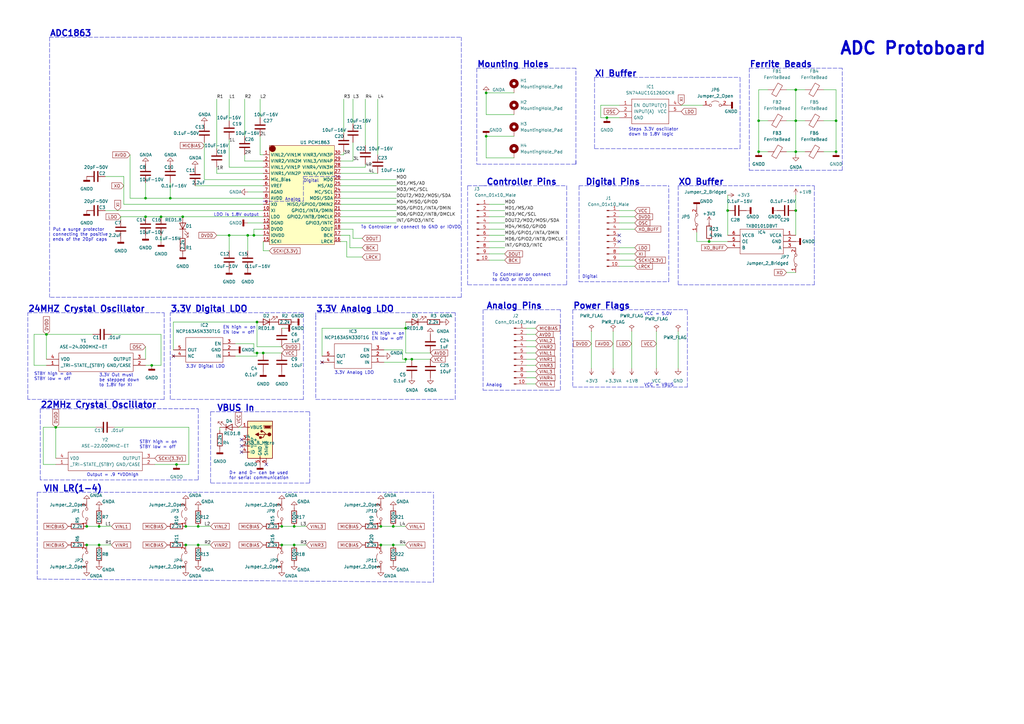
<source format=kicad_sch>
(kicad_sch (version 20211123) (generator eeschema)
  (paper "A3")
  (title_block (title "ADC Protoboard") (date "2023-02-15") (rev "v2") (company "Chameleon Engine 2023"))
  (junction (at 115.57 223.52))
  (junction (at 326.39 49.53))
  (junction (at 74.93 88.9))
  (junction (at 93.98 96.52))
  (junction (at 59.69 88.9))
  (junction (at 105.41 132.08))
  (junction (at 311.15 62.23))
  (junction (at 248.92 48.26))
  (junction (at 35.56 215.9))
  (junction (at 19.05 137.16))
  (junction (at 40.64 215.9))
  (junction (at 156.21 223.52))
  (junction (at 22.86 175.26))
  (junction (at 81.28 223.52))
  (junction (at 105.41 144.78))
  (junction (at 62.23 149.86))
  (junction (at 168.91 147.32))
  (junction (at 120.65 215.9))
  (junction (at 76.2 223.52))
  (junction (at 326.39 36.83))
  (junction (at 35.56 223.52))
  (junction (at 161.29 215.9))
  (junction (at 166.37 134.62))
  (junction (at 81.28 215.9))
  (junction (at 69.85 81.28))
  (junction (at 76.2 215.9))
  (junction (at 199.39 38.1))
  (junction (at 101.6 96.52))
  (junction (at 104.14 96.52))
  (junction (at 342.9 49.53))
  (junction (at 342.9 62.23))
  (junction (at 72.39 190.5))
  (junction (at 156.21 215.9))
  (junction (at 40.64 223.52))
  (junction (at 290.83 99.06))
  (junction (at 161.29 223.52))
  (junction (at 66.04 88.9))
  (junction (at 326.39 86.36))
  (junction (at 166.37 147.32))
  (junction (at 59.69 81.28))
  (junction (at 199.39 55.88))
  (junction (at 120.65 223.52))
  (junction (at 311.15 49.53))
  (junction (at 326.39 62.23))
  (junction (at 298.45 86.36))
  (junction (at 115.57 215.9))
  (junction (at 107.95 144.78))
  (no_connect (at 71.12 146.05))
  (no_connect (at 99.06 182.88))
  (no_connect (at 254 99.06))
  (no_connect (at 254 96.52))
  (no_connect (at 109.22 190.5))
  (no_connect (at 99.06 185.42))
  (no_connect (at 132.08 148.59))
  (no_connect (at 99.06 180.34))
  (wire (pts (xy 219.71 139.7) (xy 215.9 139.7)))
  (wire (pts (xy 140.97 63.5) (xy 140.97 62.23)))
  (wire (pts (xy 210.82 38.1) (xy 199.39 38.1)))
  (wire (pts (xy 13.97 149.86) (xy 13.97 137.16)))
  (wire (pts (xy 66.04 99.06) (xy 66.04 96.52)))
  (wire (pts (xy 219.71 134.62) (xy 215.9 134.62)))
  (wire (pts (xy 199.39 38.1) (xy 199.39 46.99)))
  (wire (pts (xy 93.98 68.58) (xy 107.95 68.58)))
  (wire (pts (xy 260.35 104.14) (xy 254 104.14)))
  (wire (pts (xy 199.39 46.99) (xy 210.82 46.99)))
  (polyline (pts (xy 86.36 168.91) (xy 86.36 198.12)))
  (wire (pts (xy 96.52 146.05) (xy 105.41 146.05)))
  (wire (pts (xy 166.37 134.62) (xy 166.37 144.78)))
  (polyline (pts (xy 243.84 60.96) (xy 303.53 60.96)))
  (wire (pts (xy 49.53 90.17) (xy 49.53 88.9)))
  (wire (pts (xy 22.86 187.96) (xy 22.86 175.26)))
  (wire (pts (xy 72.39 190.5) (xy 77.47 190.5)))
  (polyline (pts (xy 232.41 116.84) (xy 191.77 116.84)))
  (wire (pts (xy 246.38 48.26) (xy 248.92 48.26)))
  (wire (pts (xy 260.35 106.68) (xy 254 106.68)))
  (wire (pts (xy 88.9 71.12) (xy 107.95 71.12)))
  (wire (pts (xy 139.7 88.9) (xy 162.56 88.9)))
  (wire (pts (xy 40.64 223.52) (xy 45.72 223.52)))
  (wire (pts (xy 311.15 36.83) (xy 311.15 49.53)))
  (wire (pts (xy 326.39 62.23) (xy 330.2 62.23)))
  (wire (pts (xy 107.95 144.78) (xy 115.57 144.78)))
  (wire (pts (xy 104.14 93.98) (xy 104.14 96.52)))
  (polyline (pts (xy 20.32 15.24) (xy 189.23 15.24)))
  (wire (pts (xy 13.97 137.16) (xy 19.05 137.16)))
  (wire (pts (xy 93.98 96.52) (xy 101.6 96.52)))
  (wire (pts (xy 139.7 68.58) (xy 149.86 68.58)))
  (wire (pts (xy 139.7 91.44) (xy 162.56 91.44)))
  (wire (pts (xy 139.7 76.2) (xy 162.56 76.2)))
  (wire (pts (xy 139.7 63.5) (xy 140.97 63.5)))
  (polyline (pts (xy 237.49 115.57) (xy 274.32 115.57)))
  (polyline (pts (xy 198.12 127) (xy 198.12 129.54)))
  (wire (pts (xy 168.91 147.32) (xy 176.53 147.32)))
  (wire (pts (xy 260.35 86.36) (xy 254 86.36)))
  (wire (pts (xy 115.57 134.62) (xy 116.84 134.62)))
  (wire (pts (xy 66.04 149.86) (xy 62.23 149.86)))
  (wire (pts (xy 88.9 40.64) (xy 88.9 60.96)))
  (polyline (pts (xy 198.12 76.2) (xy 232.41 76.2)))
  (polyline (pts (xy 198.12 160.02) (xy 229.87 160.02)))
  (wire (pts (xy 207.01 88.9) (xy 200.66 88.9)))
  (wire (pts (xy 314.96 49.53) (xy 311.15 49.53)))
  (wire (pts (xy 120.65 223.52) (xy 125.73 223.52)))
  (wire (pts (xy 279.4 43.18) (xy 288.29 43.18)))
  (polyline (pts (xy 69.85 128.27) (xy 124.46 128.27)))
  (polyline (pts (xy 129.54 163.83) (xy 186.69 163.83)))
  (wire (pts (xy 219.71 137.16) (xy 215.9 137.16)))
  (wire (pts (xy 199.39 64.77) (xy 199.39 55.88)))
  (wire (pts (xy 22.86 190.5) (xy 17.78 190.5)))
  (wire (pts (xy 337.82 49.53) (xy 342.9 49.53)))
  (wire (pts (xy 76.2 215.9) (xy 81.28 215.9)))
  (polyline (pts (xy 186.69 128.27) (xy 129.54 128.27)))
  (polyline (pts (xy 189.23 121.92) (xy 189.23 15.24)))
  (wire (pts (xy 62.23 149.86) (xy 59.69 149.86)))
  (polyline (pts (xy 229.87 127) (xy 198.12 127)))
  (polyline (pts (xy 15.24 237.49) (xy 177.8 238.76)))
  (wire (pts (xy 100.33 63.5) (xy 100.33 66.04)))
  (wire (pts (xy 35.56 223.52) (xy 40.64 223.52)))
  (polyline (pts (xy 307.34 69.85) (xy 345.44 69.85)))
  (wire (pts (xy 101.6 78.74) (xy 107.95 78.74)))
  (wire (pts (xy 143.51 96.52) (xy 143.51 101.6)))
  (polyline (pts (xy 127 168.91) (xy 127 198.12)))
  (wire (pts (xy 219.71 147.32) (xy 215.9 147.32)))
  (wire (pts (xy 96.52 140.97) (xy 104.14 140.97)))
  (wire (pts (xy 101.6 96.52) (xy 101.6 102.87)))
  (wire (pts (xy 53.34 81.28) (xy 59.69 81.28)))
  (wire (pts (xy 260.35 91.44) (xy 254 91.44)))
  (wire (pts (xy 219.71 154.94) (xy 215.9 154.94)))
  (wire (pts (xy 81.28 223.52) (xy 86.36 223.52)))
  (polyline (pts (xy 345.44 69.85) (xy 345.44 27.94)))
  (wire (pts (xy 269.24 135.89) (xy 269.24 151.13)))
  (wire (pts (xy 311.15 62.23) (xy 314.96 62.23)))
  (wire (pts (xy 219.71 157.48) (xy 215.9 157.48)))
  (polyline (pts (xy 195.58 67.31) (xy 236.22 67.31)))
  (polyline (pts (xy 16.51 196.85) (xy 16.51 167.64)))
  (polyline (pts (xy 16.51 167.64) (xy 81.28 167.64)))
  (wire (pts (xy 90.17 175.26) (xy 90.17 176.53)))
  (wire (pts (xy 104.14 96.52) (xy 107.95 96.52)))
  (polyline (pts (xy 278.13 76.2) (xy 334.01 76.2)))
  (wire (pts (xy 66.04 137.16) (xy 66.04 149.86)))
  (polyline (pts (xy 124.46 128.27) (xy 124.46 163.83)))
  (polyline (pts (xy 67.31 163.83) (xy 11.43 163.83)))
  (wire (pts (xy 43.18 86.36) (xy 107.95 86.36)))
  (wire (pts (xy 154.94 40.64) (xy 154.94 63.5)))
  (wire (pts (xy 248.92 48.26) (xy 254 48.26)))
  (wire (pts (xy 210.82 55.88) (xy 199.39 55.88)))
  (wire (pts (xy 290.83 99.06) (xy 298.45 99.06)))
  (wire (pts (xy 149.86 68.58) (xy 149.86 67.31)))
  (wire (pts (xy 100.33 66.04) (xy 107.95 66.04)))
  (wire (pts (xy 254 43.18) (xy 246.38 43.18)))
  (wire (pts (xy 93.98 57.15) (xy 93.98 68.58)))
  (polyline (pts (xy 232.41 76.2) (xy 232.41 116.84)))
  (wire (pts (xy 219.71 144.78) (xy 215.9 144.78)))
  (wire (pts (xy 107.95 73.66) (xy 83.82 73.66)))
  (wire (pts (xy 19.05 147.32) (xy 19.05 137.16)))
  (wire (pts (xy 105.41 132.08) (xy 105.41 142.24)))
  (wire (pts (xy 105.41 142.24) (xy 115.57 142.24)))
  (wire (pts (xy 93.98 40.64) (xy 93.98 49.53)))
  (polyline (pts (xy 107.95 82.55) (xy 124.46 82.55)))
  (wire (pts (xy 107.95 102.87) (xy 110.49 102.87)))
  (wire (pts (xy 322.58 111.76) (xy 326.39 111.76)))
  (polyline (pts (xy 234.95 127) (xy 281.94 127)))
  (polyline (pts (xy 124.46 72.39) (xy 139.7 72.39)))
  (wire (pts (xy 311.15 49.53) (xy 311.15 62.23)))
  (wire (pts (xy 326.39 80.01) (xy 326.39 86.36)))
  (wire (pts (xy 166.37 147.32) (xy 168.91 147.32)))
  (wire (pts (xy 143.51 101.6) (xy 148.59 101.6)))
  (wire (pts (xy 342.9 36.83) (xy 342.9 49.53)))
  (polyline (pts (xy 278.13 116.84) (xy 334.01 116.84)))
  (polyline (pts (xy 20.32 15.24) (xy 20.32 121.92)))
  (wire (pts (xy 207.01 101.6) (xy 200.66 101.6)))
  (wire (pts (xy 59.69 142.24) (xy 59.69 147.32)))
  (wire (pts (xy 144.78 66.04) (xy 144.78 58.42)))
  (wire (pts (xy 219.71 142.24) (xy 215.9 142.24)))
  (wire (pts (xy 139.7 99.06) (xy 142.24 99.06)))
  (polyline (pts (xy 69.85 163.83) (xy 69.85 128.27)))
  (wire (pts (xy 326.39 49.53) (xy 330.2 49.53)))
  (wire (pts (xy 104.14 144.78) (xy 105.41 144.78)))
  (wire (pts (xy 140.97 40.64) (xy 140.97 54.61)))
  (wire (pts (xy 139.7 71.12) (xy 154.94 71.12)))
  (polyline (pts (xy 234.95 158.75) (xy 281.94 158.75)))
  (wire (pts (xy 19.05 149.86) (xy 13.97 149.86)))
  (polyline (pts (xy 236.22 67.31) (xy 236.22 27.94)))
  (wire (pts (xy 242.57 135.89) (xy 242.57 151.13)))
  (wire (pts (xy 260.35 101.6) (xy 254 101.6)))
  (wire (pts (xy 314.96 36.83) (xy 311.15 36.83)))
  (wire (pts (xy 166.37 132.08) (xy 166.37 134.62)))
  (wire (pts (xy 166.37 144.78) (xy 176.53 144.78)))
  (wire (pts (xy 207.01 93.98) (xy 200.66 93.98)))
  (wire (pts (xy 157.48 143.51) (xy 165.1 143.51)))
  (wire (pts (xy 104.14 140.97) (xy 104.14 144.78)))
  (wire (pts (xy 142.24 99.06) (xy 142.24 105.41)))
  (wire (pts (xy 165.1 147.32) (xy 166.37 147.32)))
  (wire (pts (xy 106.68 63.5) (xy 107.95 63.5)))
  (wire (pts (xy 139.7 96.52) (xy 143.51 96.52)))
  (wire (pts (xy 69.85 81.28) (xy 107.95 81.28)))
  (wire (pts (xy 298.45 80.01) (xy 298.45 86.36)))
  (polyline (pts (xy 243.84 31.75) (xy 243.84 60.96)))
  (polyline (pts (xy 278.13 76.2) (xy 278.13 116.84)))
  (wire (pts (xy 93.98 102.87) (xy 93.98 96.52)))
  (wire (pts (xy 207.01 96.52) (xy 200.66 96.52)))
  (polyline (pts (xy 237.49 76.2) (xy 274.32 76.2)))
  (wire (pts (xy 322.58 36.83) (xy 326.39 36.83)))
  (wire (pts (xy 251.46 135.89) (xy 251.46 151.13)))
  (wire (pts (xy 278.13 135.89) (xy 278.13 151.13)))
  (polyline (pts (xy 236.22 27.94) (xy 195.58 27.94)))
  (polyline (pts (xy 189.23 121.92) (xy 20.32 121.92)))
  (polyline (pts (xy 81.28 196.85) (xy 16.51 196.85)))
  (wire (pts (xy 88.9 96.52) (xy 93.98 96.52)))
  (wire (pts (xy 156.21 215.9) (xy 161.29 215.9)))
  (wire (pts (xy 326.39 36.83) (xy 326.39 49.53)))
  (wire (pts (xy 66.04 88.9) (xy 74.93 88.9)))
  (wire (pts (xy 71.12 132.08) (xy 105.41 132.08)))
  (polyline (pts (xy 307.34 27.94) (xy 307.34 69.85)))
  (wire (pts (xy 69.85 74.93) (xy 69.85 81.28)))
  (polyline (pts (xy 177.8 238.76) (xy 177.8 201.93)))
  (wire (pts (xy 132.08 146.05) (xy 132.08 134.62)))
  (wire (pts (xy 74.93 88.9) (xy 107.95 88.9)))
  (polyline (pts (xy 195.58 27.94) (xy 195.58 67.31)))
  (wire (pts (xy 101.6 96.52) (xy 104.14 96.52)))
  (polyline (pts (xy 124.46 82.55) (xy 124.46 72.39)))
  (polyline (pts (xy 11.43 163.83) (xy 11.43 128.27)))
  (wire (pts (xy 149.86 40.64) (xy 149.86 59.69)))
  (polyline (pts (xy 229.87 160.02) (xy 229.87 127)))
  (wire (pts (xy 46.99 175.26) (xy 77.47 175.26)))
  (wire (pts (xy 285.75 95.25) (xy 285.75 99.06)))
  (wire (pts (xy 165.1 143.51) (xy 165.1 147.32)))
  (wire (pts (xy 59.69 74.93) (xy 59.69 81.28)))
  (polyline (pts (xy 191.77 116.84) (xy 191.77 76.2)))
  (wire (pts (xy 45.72 137.16) (xy 66.04 137.16)))
  (wire (pts (xy 337.82 36.83) (xy 342.9 36.83)))
  (wire (pts (xy 207.01 86.36) (xy 200.66 86.36)))
  (wire (pts (xy 17.78 190.5) (xy 17.78 175.26)))
  (wire (pts (xy 63.5 190.5) (xy 72.39 190.5)))
  (polyline (pts (xy 237.49 76.2) (xy 237.49 115.57)))
  (wire (pts (xy 285.75 99.06) (xy 290.83 99.06)))
  (wire (pts (xy 132.08 134.62) (xy 166.37 134.62)))
  (polyline (pts (xy 234.95 127) (xy 234.95 158.75)))
  (wire (pts (xy 50.8 83.82) (xy 50.8 72.39)))
  (polyline (pts (xy 129.54 129.54) (xy 129.54 163.83)))
  (wire (pts (xy 144.78 40.64) (xy 144.78 50.8)))
  (wire (pts (xy 337.82 62.23) (xy 342.9 62.23)))
  (polyline (pts (xy 127 198.12) (xy 86.36 198.12)))
  (wire (pts (xy 107.95 76.2) (xy 80.01 76.2)))
  (wire (pts (xy 156.21 223.52) (xy 161.29 223.52)))
  (wire (pts (xy 260.35 93.98) (xy 254 93.98)))
  (wire (pts (xy 100.33 40.64) (xy 100.33 55.88)))
  (wire (pts (xy 322.58 62.23) (xy 326.39 62.23)))
  (polyline (pts (xy 67.31 128.27) (xy 67.31 163.83)))
  (wire (pts (xy 59.69 88.9) (xy 66.04 88.9)))
  (wire (pts (xy 106.68 40.64) (xy 106.68 48.26)))
  (wire (pts (xy 71.12 143.51) (xy 71.12 132.08)))
  (wire (pts (xy 49.53 88.9) (xy 59.69 88.9)))
  (polyline (pts (xy 307.34 27.94) (xy 345.44 27.94)))
  (wire (pts (xy 50.8 72.39) (xy 43.18 72.39)))
  (wire (pts (xy 166.37 148.59) (xy 166.37 147.32)))
  (polyline (pts (xy 334.01 116.84) (xy 334.01 76.2)))
  (wire (pts (xy 260.35 109.22) (xy 254 109.22)))
  (wire (pts (xy 40.64 215.9) (xy 45.72 215.9)))
  (wire (pts (xy 35.56 215.9) (xy 40.64 215.9)))
  (wire (pts (xy 77.47 175.26) (xy 77.47 190.5)))
  (polyline (pts (xy 303.53 60.96) (xy 303.53 31.75)))
  (polyline (pts (xy 281.94 158.75) (xy 281.94 127)))
  (wire (pts (xy 207.01 83.82) (xy 200.66 83.82)))
  (wire (pts (xy 326.39 62.23) (xy 326.39 63.5)))
  (polyline (pts (xy 191.77 76.2) (xy 199.39 76.2)))
  (polyline (pts (xy 15.24 201.93) (xy 15.24 237.49)))
  (wire (pts (xy 115.57 223.52) (xy 120.65 223.52)))
  (wire (pts (xy 207.01 99.06) (xy 200.66 99.06)))
  (wire (pts (xy 322.58 49.53) (xy 326.39 49.53)))
  (wire (pts (xy 76.2 223.52) (xy 81.28 223.52)))
  (wire (pts (xy 207.01 106.68) (xy 200.66 106.68)))
  (wire (pts (xy 298.45 86.36) (xy 298.45 96.52)))
  (polyline (pts (xy 124.46 163.83) (xy 69.85 163.83)))
  (wire (pts (xy 326.39 86.36) (xy 326.39 96.52)))
  (wire (pts (xy 259.08 135.89) (xy 259.08 151.13)))
  (polyline (pts (xy 274.32 115.57) (xy 274.32 76.2)))
  (wire (pts (xy 157.48 148.59) (xy 166.37 148.59)))
  (wire (pts (xy 246.38 43.18) (xy 246.38 48.26)))
  (wire (pts (xy 19.05 137.16) (xy 38.1 137.16)))
  (wire (pts (xy 210.82 64.77) (xy 199.39 64.77)))
  (wire (pts (xy 326.39 36.83) (xy 330.2 36.83)))
  (wire (pts (xy 139.7 66.04) (xy 144.78 66.04)))
  (wire (pts (xy 139.7 83.82) (xy 162.56 83.82)))
  (wire (pts (xy 120.65 215.9) (xy 125.73 215.9)))
  (wire (pts (xy 139.7 93.98) (xy 144.78 93.98)))
  (wire (pts (xy 22.86 175.26) (xy 39.37 175.26)))
  (wire (pts (xy 161.29 223.52) (xy 166.37 223.52)))
  (wire (pts (xy 59.69 81.28) (xy 69.85 81.28)))
  (polyline (pts (xy 129.54 128.27) (xy 129.54 130.81)))
  (polyline (pts (xy 198.12 129.54) (xy 198.12 160.02)))
  (wire (pts (xy 105.41 144.78) (xy 107.95 144.78)))
  (wire (pts (xy 107.95 99.06) (xy 107.95 102.87)))
  (wire (pts (xy 260.35 88.9) (xy 254 88.9)))
  (wire (pts (xy 144.78 93.98) (xy 144.78 97.79)))
  (wire (pts (xy 219.71 152.4) (xy 215.9 152.4)))
  (wire (pts (xy 83.82 58.42) (xy 83.82 73.66)))
  (wire (pts (xy 101.6 91.44) (xy 107.95 91.44)))
  (polyline (pts (xy 81.28 167.64) (xy 81.28 196.85)))
  (wire (pts (xy 219.71 149.86) (xy 215.9 149.86)))
  (wire (pts (xy 207.01 91.44) (xy 200.66 91.44)))
  (wire (pts (xy 139.7 73.66) (xy 162.56 73.66)))
  (wire (pts (xy 207.01 104.14) (xy 200.66 104.14)))
  (polyline (pts (xy 186.69 163.83) (xy 186.69 128.27)))
  (wire (pts (xy 53.34 63.5) (xy 53.34 81.28)))
  (polyline (pts (xy 11.43 128.27) (xy 67.31 128.27)))
  (polyline (pts (xy 15.24 201.93) (xy 177.8 201.93)))
  (wire (pts (xy 81.28 215.9) (xy 86.36 215.9)))
  (wire (pts (xy 139.7 81.28) (xy 162.56 81.28)))
  (wire (pts (xy 139.7 78.74) (xy 162.56 78.74)))
  (wire (pts (xy 144.78 97.79) (xy 148.59 97.79)))
  (wire (pts (xy 105.41 146.05) (xy 105.41 144.78)))
  (polyline (pts (xy 243.84 31.75) (xy 303.53 31.75)))
  (wire (pts (xy 106.68 55.88) (xy 106.68 63.5)))
  (wire (pts (xy 17.78 175.26) (xy 22.86 175.26)))
  (wire (pts (xy 342.9 49.53) (xy 342.9 62.23)))
  (wire (pts (xy 326.39 49.53) (xy 326.39 62.23)))
  (wire (pts (xy 97.79 175.26) (xy 99.06 175.26)))
  (wire (pts (xy 107.95 83.82) (xy 50.8 83.82)))
  (wire (pts (xy 142.24 105.41) (xy 148.59 105.41)))
  (wire (pts (xy 115.57 215.9) (xy 120.65 215.9)))
  (polyline (pts (xy 86.36 168.91) (xy 127 168.91)))
  (wire (pts (xy 107.95 93.98) (xy 104.14 93.98)))
  (wire (pts (xy 161.29 215.9) (xy 166.37 215.9)))
  (wire (pts (xy 139.7 86.36) (xy 162.56 86.36)))
  (polyline (pts (xy 236.22 66.04) (xy 236.22 67.31)))
  (wire (pts (xy 88.9 68.58) (xy 88.9 71.12)))
  (text "Digital\n" (at 124.46 74.93 0) (effects (font (size 1.27 1.27)) (justify left bottom)))
  (text "22MHz Crystal Oscillator" (at 16.51 167.64 0) (effects (font (size 2.5 2.5) (thickness 0.5) bold) (justify left bottom)))
  (text "Analog\n" (at 199.39 158.75 0) (effects (font (size 1.27 1.27)) (justify left bottom)))
  (text "XI Buffer" (at 243.84 31.75 0) (effects (font (size 2.5 2.5) (thickness 0.5) bold) (justify left bottom)))
  (text "Analog Pins" (at 199.39 127 0) (effects (font (size 2.5 2.5) (thickness 0.5) bold) (justify left bottom)))
  (text "Power Flags\n" (at 234.95 127 0) (effects (font (size 2.5 2.5) (thickness 0.5) bold) (justify left bottom)))
  (text "STBY high = on\nSTBY low = off" (at 13.97 156.21 0) (effects (font (size 1.27 1.27)) (justify left bottom)))
  (text "LDO is 1.8V output\n" (at 87.63 88.9 0) (effects (font (size 1.27 1.27)) (justify left bottom)))
  (text "ADC1863" (at 20.32 15.24 0) (effects (font (size 2.5 2.5) (thickness 0.5) bold) (justify left bottom)))
  (text "VBUS In" (at 88.9 168.91 0) (effects (font (size 2.5 2.5) (thickness 0.5) bold) (justify left bottom)))
  (text "STBY high = on\nSTBY low = off" (at 57.15 184.15 0) (effects (font (size 1.27 1.27)) (justify left bottom)))
  (text "ADC Protoboard" (at 344.17 22.86 0) (effects (font (size 5 5) bold) (justify left bottom)))
  (text "3.3V Analog LDO\n" (at 137.16 153.67 0) (effects (font (size 1.27 1.27)) (justify left bottom)))
  (text "D+ and D- can be used\nfor serial communication" (at 93.98 196.85 0) (effects (font (size 1.27 1.27)) (justify left bottom)))
  (text "Controller Pins" (at 199.39 76.2 0) (effects (font (size 2.5 2.5) (thickness 0.5) bold) (justify left bottom)))
  (text "3.3V Out must\nbe stepped down\nto 1.8V for XI\n" (at 40.64 158.75 0) (effects (font (size 1.27 1.27)) (justify left bottom)))
  (text "3.3V Digital LDO" (at 69.85 128.27 0) (effects (font (size 2.5 2.5) (thickness 0.5) bold) (justify left bottom)))
  (text "EN high = on\nEN low = off\n" (at 152.4 139.7 0) (effects (font (size 1.27 1.27)) (justify left bottom)))
  (text "3.3V Digital LDO\n" (at 76.2 151.13 0) (effects (font (size 1.27 1.27)) (justify left bottom)))
  (text "VIN LR(1-4)" (at 17.78 201.93 0) (effects (font (size 2.5 2.5) (thickness 0.5) bold) (justify left bottom)))
  (text "3.3V Analog LDO" (at 129.54 128.27 0) (effects (font (size 2.5 2.5) (thickness 0.5) bold) (justify left bottom)))
  (text "VCC = VBUS\n" (at 264.16 158.75 0) (effects (font (size 1.27 1.27)) (justify left bottom)))
  (text "VCC = 5.0V\n" (at 264.16 129.54 0) (effects (font (size 1.27 1.27)) (justify left bottom)))
  (text "Steps 3.3V oscillator\ndown to 1.8V logic\n" (at 257.81 55.88 0) (effects (font (size 1.27 1.27)) (justify left bottom)))
  (text "Digital Pins" (at 240.03 76.2 0) (effects (font (size 2.5 2.5) (thickness 0.5) bold) (justify left bottom)))
  (text "Ferrite Beads\n" (at 307.34 27.94 0) (effects (font (size 2.5 2.5) (thickness 0.5) bold) (justify left bottom)))
  (text "To Controller or connect\nto GND or IOVDD\n" (at 201.93 115.57 0) (effects (font (size 1.27 1.27)) (justify left bottom)))
  (text "EN high = on\nEN low = off\n" (at 91.44 137.16 0) (effects (font (size 1.27 1.27)) (justify left bottom)))
  (text "XO Buffer\n" (at 278.13 76.2 0) (effects (font (size 2.5 2.5) (thickness 0.5) bold) (justify left bottom)))
  (text "Put a surge protector\nconnecting the positive \nends of the 20pF caps\n" (at 21.59 99.06 0) (effects (font (size 1.27 1.27)) (justify left bottom)))
  (text "To Controller or connect to GND or IOVDD\n" (at 147.955 93.98 0) (effects (font (size 1.27 1.27)) (justify left bottom)))
  (text "Output = .9 *VDDhigh" (at 35.56 195.58 0) (effects (font (size 1.27 1.27)) (justify left bottom)))
  (text "Digital\n" (at 238.76 114.3 0) (effects (font (size 1.27 1.27)) (justify left bottom)))
  (text "24MHZ Crystal Oscillator" (at 11.43 128.27 0) (effects (font (size 2.5 2.5) (thickness 0.5) bold) (justify left bottom)))
  (text "Mounting Holes" (at 195.58 27.94 0) (effects (font (size 2.5 2.5) (thickness 0.5) bold) (justify left bottom)))
  (text "Analog\n" (at 116.84 82.55 0) (effects (font (size 1.27 1.27)) (justify left bottom)))
  (label "DOUT2{slash}MD2{slash}MOSI{slash}SDA" (at 207.01 91.44 0))
  (label "MD4{slash}MISO{slash}GPIO0" (at 207.01 93.98 0))
  (label "R1" (at 43.18 223.52 0))
  (label "L2" (at 106.68 40.64 0))
  (label "MD1{slash}MS{slash}AD" (at 162.56 76.2 0))
  (label "L1" (at 93.98 40.64 0))
  (label "DOUT2{slash}MD2{slash}MOSI{slash}SDA" (at 162.56 81.28 0))
  (label "MD5{slash}GPIO1{slash}INTA{slash}DMIN" (at 207.01 96.52 0))
  (label "L3" (at 123.19 215.9 0))
  (label "L3" (at 144.78 40.64 0))
  (label "L4" (at 163.83 215.9 0))
  (label "MD3{slash}MC{slash}SCL" (at 162.56 78.74 0))
  (label "4R" (at 149.86 68.58 0))
  (label "MDO" (at 207.01 83.82 0))
  (label "R4" (at 149.86 40.64 0))
  (label "R1" (at 88.9 40.64 0))
  (label "1L" (at 93.98 58.42 0))
  (label "MD6{slash}GPIO2{slash}INTB{slash}DMCLK" (at 207.01 99.06 0))
  (label "R3" (at 140.97 40.64 0))
  (label "MD4{slash}MISO{slash}GPIO0" (at 162.56 83.82 0))
  (label "R4" (at 163.83 223.52 0))
  (label "3R" (at 140.97 63.5 0))
  (label "R2" (at 83.82 223.52 0))
  (label "MDO" (at 162.56 73.66 0))
  (label "R3" (at 123.19 223.52 0))
  (label "INT{slash}GPIO3{slash}INTC" (at 207.01 101.6 0))
  (label "MD6{slash}GPIO2{slash}INTB{slash}DMCLK" (at 162.56 88.9 0))
  (label "L1" (at 43.18 215.9 0))
  (label "MD1{slash}MS{slash}AD" (at 207.01 86.36 0))
  (label "2L" (at 106.68 55.88 0))
  (label "3L" (at 144.78 66.04 0))
  (label "MD3{slash}MC{slash}SCL" (at 207.01 88.9 0))
  (label "L4" (at 154.94 40.64 0))
  (label "MD5{slash}GPIO1{slash}INTA{slash}DMIN" (at 162.56 86.36 0))
  (label "INT{slash}GPIO3{slash}INTC" (at 162.56 91.44 0))
  (label "2R" (at 100.33 63.5 0))
  (label "L2" (at 83.82 215.9 0))
  (label "1R" (at 88.9 69.85 0))
  (label "R2" (at 100.33 40.64 0))
  (label "4L" (at 151.13 71.12 0))
  (global_label "VINR2" (shape input) (at 219.71 142.24 0) (property "Intersheet References" "${INTERSHEET_REFS}" (effects hide)))
  (global_label "AVDD" (shape input) (at 219.71 137.16 0) (property "Intersheet References" "${INTERSHEET_REFS}" (effects hide)))
  (global_label "MICBIAS" (shape input) (at 68.58 215.9 180) (property "Intersheet References" "${INTERSHEET_REFS}" (effects hide)))
  (global_label "MICBIAS" (shape input) (at 107.95 215.9 180) (property "Intersheet References" "${INTERSHEET_REFS}" (effects hide)))
  (global_label "BCK" (shape input) (at 207.01 106.68 0) (property "Intersheet References" "${INTERSHEET_REFS}" (effects hide)))
  (global_label "LDO" (shape input) (at 259.08 140.97 180) (property "Intersheet References" "${INTERSHEET_REFS}" (effects hide)))
  (global_label "XI" (shape input) (at 279.4 43.18 90) (property "Intersheet References" "${INTERSHEET_REFS}" (effects hide)))
  (global_label "LDO" (shape input) (at 49.53 88.9 180) (property "Intersheet References" "${INTERSHEET_REFS}" (effects hide)))
  (global_label "DVDD" (shape input) (at 88.9 96.52 180) (property "Intersheet References" "${INTERSHEET_REFS}" (effects hide)))
  (global_label "VINR3" (shape input) (at 125.73 223.52 0) (property "Intersheet References" "${INTERSHEET_REFS}" (effects hide)))
  (global_label "VINR3" (shape input) (at 219.71 149.86 0) (property "Intersheet References" "${INTERSHEET_REFS}" (effects hide)))
  (global_label "DVDD" (shape input) (at 22.86 175.26 90) (property "Intersheet References" "${INTERSHEET_REFS}" (effects hide)))
  (global_label "LDO" (shape input) (at 279.4 45.72 0) (property "Intersheet References" "${INTERSHEET_REFS}" (effects hide)))
  (global_label "OSC" (shape input) (at 59.69 142.24 180) (property "Intersheet References" "${INTERSHEET_REFS}" (effects hide)))
  (global_label "MICBIAS" (shape input) (at 219.71 134.62 0) (property "Intersheet References" "${INTERSHEET_REFS}" (effects hide)))
  (global_label "MICBIAS" (shape input) (at 83.82 59.69 180) (property "Intersheet References" "${INTERSHEET_REFS}" (effects hide)))
  (global_label "MICBIAS" (shape input) (at 68.58 223.52 180) (property "Intersheet References" "${INTERSHEET_REFS}" (effects hide)))
  (global_label "XO_BUFF" (shape input) (at 260.35 93.98 0) (property "Intersheet References" "${INTERSHEET_REFS}" (effects hide)))
  (global_label "VINL3" (shape input) (at 125.73 215.9 0) (property "Intersheet References" "${INTERSHEET_REFS}" (effects hide)))
  (global_label "MICBIAS" (shape input) (at 107.95 223.52 180) (property "Intersheet References" "${INTERSHEET_REFS}" (effects hide)))
  (global_label "VINR1" (shape input) (at 219.71 147.32 0) (property "Intersheet References" "${INTERSHEET_REFS}" (effects hide)))
  (global_label "VINL4" (shape input) (at 219.71 157.48 0) (property "Intersheet References" "${INTERSHEET_REFS}" (effects hide)))
  (global_label "LRCK" (shape input) (at 148.59 105.41 0) (property "Intersheet References" "${INTERSHEET_REFS}" (effects hide)))
  (global_label "VINR2" (shape input) (at 86.36 223.52 0) (property "Intersheet References" "${INTERSHEET_REFS}" (effects hide)))
  (global_label "VCC" (shape input) (at 269.24 140.97 180) (property "Intersheet References" "${INTERSHEET_REFS}" (effects hide)))
  (global_label "BCK" (shape input) (at 148.59 101.6 0) (property "Intersheet References" "${INTERSHEET_REFS}" (effects hide)))
  (global_label "DOUT" (shape input) (at 148.59 97.79 0) (property "Intersheet References" "${INTERSHEET_REFS}" (effects hide)))
  (global_label "VINR4" (shape input) (at 219.71 154.94 0) (property "Intersheet References" "${INTERSHEET_REFS}" (effects hide)))
  (global_label "OSC" (shape input) (at 254 45.72 180) (property "Intersheet References" "${INTERSHEET_REFS}" (effects hide)))
  (global_label "VINL2" (shape input) (at 219.71 139.7 0) (property "Intersheet References" "${INTERSHEET_REFS}" (effects hide)))
  (global_label "AVDD" (shape input) (at 53.34 63.5 180) (property "Intersheet References" "${INTERSHEET_REFS}" (effects hide)))
  (global_label "VINL2" (shape input) (at 86.36 215.9 0) (property "Intersheet References" "${INTERSHEET_REFS}" (effects hide)))
  (global_label "VINL4" (shape input) (at 166.37 215.9 0) (property "Intersheet References" "${INTERSHEET_REFS}" (effects hide)))
  (global_label "SCKI(3.3V)" (shape input) (at 110.49 102.87 0) (property "Intersheet References" "${INTERSHEET_REFS}" (effects hide)))
  (global_label "VINR4" (shape input) (at 166.37 223.52 0) (property "Intersheet References" "${INTERSHEET_REFS}" (effects hide)))
  (global_label "LRCK" (shape input) (at 260.35 109.22 0) (property "Intersheet References" "${INTERSHEET_REFS}" (effects hide)))
  (global_label "DVDD" (shape input) (at 260.35 88.9 0) (property "Intersheet References" "${INTERSHEET_REFS}" (effects hide)))
  (global_label "VCC" (shape input) (at 176.53 147.32 0) (property "Intersheet References" "${INTERSHEET_REFS}" (effects hide)))
  (global_label "VINL1" (shape input) (at 219.71 144.78 0) (property "Intersheet References" "${INTERSHEET_REFS}" (effects hide)))
  (global_label "OSC" (shape input) (at 260.35 91.44 0) (property "Intersheet References" "${INTERSHEET_REFS}" (effects hide)))
  (global_label "VCC" (shape input) (at 97.79 175.26 90) (property "Intersheet References" "${INTERSHEET_REFS}" (effects hide)))
  (global_label "DVDD" (shape input) (at 242.57 140.97 180) (property "Intersheet References" "${INTERSHEET_REFS}" (effects hide)))
  (global_label "AVDD" (shape input) (at 251.46 140.97 180) (property "Intersheet References" "${INTERSHEET_REFS}" (effects hide)))
  (global_label "XO" (shape input) (at 50.8 76.2 180) (property "Intersheet References" "${INTERSHEET_REFS}" (effects hide)))
  (global_label "XI" (shape input) (at 48.26 86.36 90) (property "Intersheet References" "${INTERSHEET_REFS}" (effects hide)))
  (global_label "VCC" (shape input) (at 260.35 86.36 0) (property "Intersheet References" "${INTERSHEET_REFS}" (effects hide)))
  (global_label "XO_BUFF" (shape input) (at 298.45 101.6 180) (property "Intersheet References" "${INTERSHEET_REFS}" (effects hide)))
  (global_label "VINL1" (shape input) (at 45.72 215.9 0) (property "Intersheet References" "${INTERSHEET_REFS}" (effects hide)))
  (global_label "DOUT" (shape input) (at 207.01 104.14 0) (property "Intersheet References" "${INTERSHEET_REFS}" (effects hide)))
  (global_label "VCC" (shape input) (at 115.57 144.78 0) (property "Intersheet References" "${INTERSHEET_REFS}" (effects hide)))
  (global_label "AVDD" (shape input) (at 176.53 144.78 0) (property "Intersheet References" "${INTERSHEET_REFS}" (effects hide)))
  (global_label "DVDD" (shape input) (at 115.57 142.24 0) (property "Intersheet References" "${INTERSHEET_REFS}" (effects hide)))
  (global_label "VINL3" (shape input) (at 219.71 152.4 0) (property "Intersheet References" "${INTERSHEET_REFS}" (effects hide)))
  (global_label "SCKI(3.3V)" (shape input) (at 260.35 106.68 0) (property "Intersheet References" "${INTERSHEET_REFS}" (effects hide)))
  (global_label "MICBIAS" (shape input) (at 148.59 215.9 180) (property "Intersheet References" "${INTERSHEET_REFS}" (effects hide)))
  (global_label "MICBIAS" (shape input) (at 27.94 215.9 180) (property "Intersheet References" "${INTERSHEET_REFS}" (effects hide)))
  (global_label "LDO" (shape input) (at 260.35 101.6 0) (property "Intersheet References" "${INTERSHEET_REFS}" (effects hide)))
  (global_label "MICBIAS" (shape input) (at 27.94 223.52 180) (property "Intersheet References" "${INTERSHEET_REFS}" (effects hide)))
  (global_label "DVDD" (shape input) (at 19.05 137.16 90) (property "Intersheet References" "${INTERSHEET_REFS}" (effects hide)))
  (global_label "VINR1" (shape input) (at 45.72 223.52 0) (property "Intersheet References" "${INTERSHEET_REFS}" (effects hide)))
  (global_label "XI" (shape input) (at 260.35 104.14 0) (property "Intersheet References" "${INTERSHEET_REFS}" (effects hide)))
  (global_label "XO" (shape input) (at 322.58 111.76 180) (property "Intersheet References" "${INTERSHEET_REFS}" (effects hide)))
  (global_label "SCKI(3.3V)" (shape input) (at 63.5 187.96 0) (property "Intersheet References" "${INTERSHEET_REFS}" (effects hide)))
  (global_label "MICBIAS" (shape input) (at 148.59 223.52 180) (property "Intersheet References" "${INTERSHEET_REFS}" (effects hide)))
  (symbol (lib_id "Jumper:Jumper_2_Open") (at 156.21 210.82 90) (unit 1)
    (property "Reference" "JP10" (at 149.86 209.55 90) (effects (justify right)))
    (property "Value" "Jumper_2_Open" (at 140.97 207.01 90) (effects (justify right)))
    (property "Footprint" "custom_lib:TestPoint_Bridge_Pitch2.54mm_Drill0.7mm" (effects hide))
    (property "Datasheet" "https://s3.amazonaws.com/catalogspreads-pdf/PAGE128-129%20.100%20JUMPER.pdf" (effects hide))
  )
  (symbol (lib_id "power:GNDD") (at 311.15 62.23 0) (unit 1)
    (property "Reference" "#PWR0138" (effects hide))
    (property "Value" "GNDD" (at 311.15 67.31 0))
  )
  (symbol (lib_id "power:GNDA") (at 40.64 231.14 0) (unit 1)
    (property "Reference" "#PWR0125" (effects hide))
    (property "Value" "GNDA" (at 44.45 233.68 0))
  )
  (symbol (lib_id "Device:R") (at 161.29 227.33 0) (unit 1)
    (property "Reference" "R22" (at 163.83 227.33 0))
    (property "Value" "100k" (at 161.29 227.33 90))
    (property "Footprint" "Resistor_SMD:R_0603_1608Metric_Pad0.98x0.95mm_HandSolder" (effects hide))
  )
  (symbol (lib_id "Device:LED") (at 93.98 175.26 0) (mirror x) (unit 1)
    (property "Reference" "D4" (at 93.98 172.72 0))
    (property "Value" "RED1.8" (at 95.25 177.8 0))
    (property "Footprint" "LED_SMD:LED_0603_1608Metric_Pad1.05x0.95mm_HandSolder" (effects hide))
  )
  (symbol (lib_id "Device:C") (at 41.91 137.16 90) (unit 1)
    (property "Reference" "C1" (at 39.37 138.43 90))
    (property "Value" ".01uF" (at 46.99 138.43 90))
    (property "Footprint" "Capacitor_SMD:C_0603_1608Metric_Pad1.08x0.95mm_HandSolder" (effects hide))
  )
  (symbol (lib_id "power:GNDD") (at 199.39 55.88 180) (unit 1)
    (property "Reference" "#PWR0121" (effects hide))
    (property "Value" "GNDD" (at 200.66 53.34 0) (effects (justify right)))
  )
  (symbol (lib_name "PWR_FLAG_4") (lib_id "power:PWR_FLAG") (at 269.24 135.89 0) (unit 1)
    (property "Reference" "#FLG0102" (effects hide))
    (property "Value" "PWR_FLAG" (at 269.24 130.81 0))
  )
  (symbol (lib_name "PWR_FLAG_1") (lib_id "power:PWR_FLAG") (at 259.08 135.89 0) (unit 1)
    (property "Reference" "#FLG0103" (effects hide))
    (property "Value" "PWR_FLAG" (at 259.08 129.54 0))
  )
  (symbol (lib_id "Device:R") (at 290.83 95.25 0) (unit 1)
    (property "Reference" "R23" (at 290.83 93.98 0) (effects (justify left)))
    (property "Value" "4.99k" (at 290.83 96.52 0) (effects (justify left)))
    (property "Footprint" "Resistor_SMD:R_0603_1608Metric_Pad0.98x0.95mm_HandSolder" (effects hide))
  )
  (symbol (lib_id "Device:FerriteBead") (at 318.77 36.83 90) (unit 1)
    (property "Reference" "FB1" (at 318.7192 29.21 90))
    (property "Value" "FerriteBead" (at 318.7192 31.75 90))
    (property "Footprint" "Inductor_SMD:L_0603_1608Metric_Pad1.05x0.95mm_HandSolder" (effects hide))
    (property "Datasheet" "https://media.digikey.com/pdf/Data%20Sheets/Laird%20Technologies/EMI_Filtering_and_RF_Inductors.pdf" (effects hide))
  )
  (symbol (lib_id "Device:R") (at 81.28 227.33 0) (unit 1)
    (property "Reference" "R13" (at 83.82 227.33 0))
    (property "Value" "100k" (at 81.28 227.33 90))
    (property "Footprint" "Resistor_SMD:R_0603_1608Metric_Pad0.98x0.95mm_HandSolder" (effects hide))
  )
  (symbol (lib_name "PWR_FLAG_4") (lib_id "power:PWR_FLAG") (at 278.13 135.89 0) (unit 1)
    (property "Reference" "#FLG0105" (effects hide))
    (property "Value" "PWR_FLAG" (at 276.86 138.43 0))
  )
  (symbol (lib_id "Device:C") (at 49.53 93.98 0) (unit 1)
    (property "Reference" "C7" (at 46.99 91.44 0) (effects (justify left)))
    (property "Value" "2.2uF" (at 44.45 96.52 0) (effects (justify left)))
    (property "Footprint" "Capacitor_SMD:C_0603_1608Metric_Pad1.08x0.95mm_HandSolder" (effects hide))
  )
  (symbol (lib_id "Connector:Conn_01x10_Male") (at 195.58 93.98 0) (unit 1)
    (property "Reference" "J3" (at 195.58 77.47 0))
    (property "Value" "Conn_01x10_Male" (at 203.2 80.01 0))
    (property "Footprint" "Connector_PinHeader_2.54mm:PinHeader_1x10_P2.54mm_Vertical" (effects hide))
  )
  (symbol (lib_id "Device:FerriteBead") (at 334.01 49.53 90) (unit 1)
    (property "Reference" "FB5" (at 333.9592 41.91 90))
    (property "Value" "FerriteBead" (at 333.9592 44.45 90))
    (property "Footprint" "Inductor_SMD:L_0603_1608Metric_Pad1.05x0.95mm_HandSolder" (effects hide))
    (property "Datasheet" "https://media.digikey.com/pdf/Data%20Sheets/Laird%20Technologies/EMI_Filtering_and_RF_Inductors.pdf" (effects hide))
  )
  (symbol (lib_id "power:GNDA") (at 326.39 63.5 0) (unit 1)
    (property "Reference" "#PWR0139" (effects hide))
    (property "Value" "GNDA" (at 326.39 68.58 0))
  )
  (symbol (lib_id "power:GNDD") (at 248.92 48.26 0) (unit 1)
    (property "Reference" "#PWR0132" (effects hide))
    (property "Value" "GNDD" (at 248.92 53.34 0))
  )
  (symbol (lib_id "power:GNDA") (at 156.21 233.68 0) (unit 1)
    (property "Reference" "#PWR0104" (effects hide))
    (property "Value" "GNDA" (at 160.02 236.22 0))
  )
  (symbol (lib_id "Device:C") (at 154.94 67.31 0) (unit 1)
    (property "Reference" "C23" (at 154.94 64.77 0) (effects (justify left)))
    (property "Value" "10uF-16V" (at 156.21 69.85 0) (effects (justify left)))
    (property "Footprint" "Capacitor_SMD:C_0603_1608Metric_Pad1.08x0.95mm_HandSolder" (effects hide))
  )
  (symbol (lib_id "power:GNDD") (at 49.53 97.79 0) (unit 1)
    (property "Reference" "#PWR0147" (effects hide))
    (property "Value" "GNDD" (at 49.53 102.87 0))
  )
  (symbol (lib_id "Device:C") (at 66.04 92.71 0) (unit 1)
    (property "Reference" "C16" (at 62.23 90.17 0) (effects (justify left)))
    (property "Value" "0.1uF-16V" (at 63.5 97.79 0) (effects (justify left)))
    (property "Footprint" "Capacitor_SMD:C_0603_1608Metric_Pad1.08x0.95mm_HandSolder" (effects hide))
  )
  (symbol (lib_id "Device:C") (at 149.86 63.5 0) (unit 1)
    (property "Reference" "C22" (at 146.05 60.96 0) (effects (justify left)))
    (property "Value" "10uF-16V" (at 151.13 60.96 0) (effects (justify left)))
    (property "Footprint" "Capacitor_SMD:C_0603_1608Metric_Pad1.08x0.95mm_HandSolder" (effects hide))
  )
  (symbol (lib_id "Device:LED") (at 170.18 132.08 180) (unit 1)
    (property "Reference" "D3" (at 170.18 129.54 0))
    (property "Value" "RED1.8" (at 170.18 134.62 0))
    (property "Footprint" "LED_SMD:LED_0603_1608Metric_Pad1.05x0.95mm_HandSolder" (effects hide))
  )
  (symbol (lib_id "Device:R") (at 40.64 227.33 0) (unit 1)
    (property "Reference" "R8" (at 43.18 227.33 0))
    (property "Value" "100k" (at 40.64 227.33 90))
    (property "Footprint" "Resistor_SMD:R_0603_1608Metric_Pad0.98x0.95mm_HandSolder" (effects hide))
  )
  (symbol (lib_id "Device:R") (at 152.4 215.9 90) (unit 1)
    (property "Reference" "R19" (at 152.4 213.36 0))
    (property "Value" "2.2k" (at 152.4 215.9 90))
    (property "Footprint" "Resistor_SMD:R_0603_1608Metric_Pad0.98x0.95mm_HandSolder" (effects hide))
  )
  (symbol (lib_id "custom_lib:ASE-22.000MHZ-ET") (at 12.7 187.96 0) (unit 1)
    (property "Reference" "Y2" (at 43.18 180.34 0))
    (property "Value" "ASE-22.000MHZ-ET" (at 43.18 182.88 0))
    (property "Footprint" "custom_lib:ASE24000MHZET" (effects hide))
    (property "Datasheet" "https://abracon.com/Oscillators/ASEseries.pdf" (effects hide))
    (property "Description" "ABRACON - ASE-24.000MHZ-ET - Oscillator, 24 MHz, 100 ppm, SMD, 3.2mm x 2.5mm, LVCMOS, 3.3 V, ASE Series" (effects hide))
    (property "Height" "1.2" (effects hide))
    (property "Manufacturer_Name" "ABRACON" (effects hide))
    (property "Manufacturer_Part_Number" "ASE-24.000MHZ-ET" (effects hide))
    (property "Mouser Part Number" "815-ASE24.000MHZET" (effects hide))
    (property "Mouser Price/Stock" "https://www.mouser.co.uk/ProductDetail/ABRACON/ASE-24000MHZ-ET?qs=uDmhV2jwPRdw4GrVOJ4VTQ%3D%3D" (effects hide))
    (property "Arrow Part Number" "ASE-24.000MHZ-ET" (effects hide))
    (property "Arrow Price/Stock" "https://www.arrow.com/en/products/ase-24.000mhz-et/abracon" (effects hide))
  )
  (symbol (lib_id "Device:R") (at 40.64 212.09 0) (unit 1)
    (property "Reference" "R7" (at 43.18 212.09 0))
    (property "Value" "100k" (at 40.64 212.09 90))
    (property "Footprint" "Resistor_SMD:R_0603_1608Metric_Pad0.98x0.95mm_HandSolder" (effects hide))
  )
  (symbol (lib_id "power:GNDD") (at 116.84 134.62 90) (unit 1)
    (property "Reference" "#PWR0120" (effects hide))
    (property "Value" "GNDD" (at 119.38 134.62 90) (effects (justify right)))
  )
  (symbol (lib_id "Connector:Conn_01x10_Male") (at 210.82 144.78 0) (unit 1)
    (property "Reference" "J2" (at 211.455 129.54 0))
    (property "Value" "Conn_01x10_Male" (at 211.455 132.08 0))
    (property "Footprint" "Connector_PinHeader_2.54mm:PinHeader_1x10_P2.54mm_Vertical" (effects hide))
  )
  (symbol (lib_id "Jumper:Jumper_2_Open") (at 115.57 210.82 90) (unit 1)
    (property "Reference" "JP8" (at 109.22 209.55 90) (effects (justify right)))
    (property "Value" "Jumper_2_Open" (at 100.33 207.01 90) (effects (justify right)))
    (property "Footprint" "custom_lib:TestPoint_Bridge_Pitch2.54mm_Drill0.7mm" (effects hide))
    (property "Datasheet" "https://s3.amazonaws.com/catalogspreads-pdf/PAGE128-129%20.100%20JUMPER.pdf" (effects hide))
  )
  (symbol (lib_id "power:GNDD") (at 107.95 152.4 0) (unit 1)
    (property "Reference" "#PWR0115" (effects hide))
    (property "Value" "GNDD" (at 107.95 157.48 0))
  )
  (symbol (lib_id "Device:C") (at 83.82 54.61 0) (unit 1)
    (property "Reference" "C13" (at 80.01 52.07 0) (effects (justify left)))
    (property "Value" "0.1uF-50V" (at 71.12 54.61 0) (effects (justify left)))
    (property "Footprint" "Capacitor_SMD:C_0603_1608Metric_Pad1.08x0.95mm_HandSolder" (effects hide))
  )
  (symbol (lib_id "Jumper:Jumper_2_Open") (at 156.21 228.6 90) (unit 1)
    (property "Reference" "JP11" (at 149.86 229.87 90) (effects (justify right)))
    (property "Value" "Jumper_2_Open" (at 140.97 232.41 90) (effects (justify right)))
    (property "Footprint" "custom_lib:TestPoint_Bridge_Pitch2.54mm_Drill0.7mm" (effects hide))
    (property "Datasheet" "https://s3.amazonaws.com/catalogspreads-pdf/PAGE128-129%20.100%20JUMPER.pdf" (effects hide))
  )
  (symbol (lib_id "power:GNDD") (at 106.68 190.5 0) (unit 1)
    (property "Reference" "#PWR0112" (effects hide))
    (property "Value" "GNDD" (at 102.87 190.5 0))
  )
  (symbol (lib_id "Jumper:Jumper_2_Bridged") (at 326.39 106.68 90) (unit 1)
    (property "Reference" "JP7" (at 320.04 105.41 90) (effects (justify right)))
    (property "Value" "Jumper_2_Bridged" (at 306.07 107.95 90) (effects (justify right)))
    (property "Footprint" "custom_lib:TestPoint_Bridge_Pitch2.54mm_Drill0.7mm" (effects hide))
    (property "Datasheet" "https://drawings-pdf.s3.amazonaws.com/11134.pdf" (effects hide))
  )
  (symbol (lib_id "Device:C") (at 322.58 86.36 90) (unit 1)
    (property "Reference" "C29" (at 323.85 90.17 90) (effects (justify left)))
    (property "Value" "0.1uF-16V" (at 326.39 82.55 90) (effects (justify left)))
    (property "Footprint" "Capacitor_SMD:C_0603_1608Metric_Pad1.08x0.95mm_HandSolder" (effects hide))
  )
  (symbol (lib_name "+1V8_1") (lib_id "power:+1V8") (at 259.08 151.13 180) (unit 1)
    (property "Reference" "#PWR0113" (effects hide))
    (property "Value" "+1V8" (at 259.08 156.21 0))
  )
  (symbol (lib_id "Device:C") (at 302.26 86.36 90) (unit 1)
    (property "Reference" "C28" (at 303.53 90.17 90) (effects (justify left)))
    (property "Value" "0.1uF-16V" (at 308.61 82.55 90) (effects (justify left)))
    (property "Footprint" "Capacitor_SMD:C_0603_1608Metric_Pad1.08x0.95mm_HandSolder" (effects hide))
  )
  (symbol (lib_id "Device:R") (at 120.65 212.09 0) (unit 1)
    (property "Reference" "R17" (at 123.19 212.09 0))
    (property "Value" "100k" (at 120.65 212.09 90))
    (property "Footprint" "Resistor_SMD:R_0603_1608Metric_Pad0.98x0.95mm_HandSolder" (effects hide))
  )
  (symbol (lib_id "Device:LED") (at 74.93 92.71 90) (unit 1)
    (property "Reference" "D1" (at 77.47 92.71 90))
    (property "Value" "RED1.8" (at 71.12 90.17 90))
    (property "Footprint" "LED_SMD:LED_0603_1608Metric_Pad1.05x0.95mm_HandSolder" (effects hide))
  )
  (symbol (lib_id "power:GNDD") (at 66.04 99.06 0) (unit 1)
    (property "Reference" "#PWR0149" (effects hide))
    (property "Value" "GNDD" (at 66.04 104.14 0))
  )
  (symbol (lib_id "Device:FerriteBead") (at 318.77 49.53 90) (unit 1)
    (property "Reference" "FB2" (at 318.7192 41.91 90))
    (property "Value" "FerriteBead" (at 318.7192 44.45 90))
    (property "Footprint" "Inductor_SMD:L_0603_1608Metric_Pad1.05x0.95mm_HandSolder" (effects hide))
    (property "Datasheet" "https://media.digikey.com/pdf/Data%20Sheets/Laird%20Technologies/EMI_Filtering_and_RF_Inductors.pdf" (effects hide))
  )
  (symbol (lib_id "power:GNDD") (at 285.75 85.09 180) (unit 1)
    (property "Reference" "#PWR0131" (effects hide))
    (property "Value" "GNDD" (at 287.02 82.55 0) (effects (justify right)))
  )
  (symbol (lib_id "power:GNDD") (at 101.6 91.44 270) (unit 1)
    (property "Reference" "#PWR0142" (effects hide))
    (property "Value" "GNDD" (at 93.98 91.44 90) (effects (justify left)))
  )
  (symbol (lib_id "Device:C") (at 106.68 52.07 0) (unit 1)
    (property "Reference" "C27" (at 107.95 49.53 0) (effects (justify left)))
    (property "Value" "10uF-16V" (at 104.14 46.99 0) (effects (justify left)))
    (property "Footprint" "Capacitor_SMD:C_0603_1608Metric_Pad1.08x0.95mm_HandSolder" (effects hide))
  )
  (symbol (lib_id "Device:C") (at 93.98 106.68 0) (unit 1)
    (property "Reference" "C12" (at 90.17 104.14 0) (effects (justify left)))
    (property "Value" "10uF-10V" (at 87.63 109.22 0) (effects (justify left)))
    (property "Footprint" "Capacitor_SMD:C_0603_1608Metric_Pad1.08x0.95mm_HandSolder" (effects hide))
  )
  (symbol (lib_id "power:GNDD") (at 101.6 110.49 0) (unit 1)
    (property "Reference" "#PWR0143" (effects hide))
    (property "Value" "GNDD" (at 101.6 115.57 0))
  )
  (symbol (lib_id "Device:R") (at 111.76 223.52 90) (unit 1)
    (property "Reference" "R16" (at 111.76 220.98 0))
    (property "Value" "2.2k" (at 111.76 223.52 90))
    (property "Footprint" "Resistor_SMD:R_0603_1608Metric_Pad0.98x0.95mm_HandSolder" (effects hide))
  )
  (symbol (lib_id "power:GNDD") (at 62.23 149.86 0) (unit 1)
    (property "Reference" "#PWR0102" (effects hide))
    (property "Value" "GNDD" (at 62.23 154.94 0))
  )
  (symbol (lib_id "power:GNDD") (at 59.69 96.52 0) (unit 1)
    (property "Reference" "#PWR0148" (effects hide))
    (property "Value" "GNDD" (at 59.69 101.6 0))
  )
  (symbol (lib_id "Device:C") (at 80.01 72.39 0) (unit 1)
    (property "Reference" "C11" (at 76.2 69.85 0) (effects (justify left)))
    (property "Value" "2.2uF" (at 78.74 74.93 0) (effects (justify left)))
    (property "Footprint" "Capacitor_SMD:C_0603_1608Metric_Pad1.08x0.95mm_HandSolder" (effects hide))
  )
  (symbol (lib_id "power:GNDD") (at 90.17 184.15 0) (unit 1)
    (property "Reference" "#PWR0114" (effects hide))
    (property "Value" "GNDD" (at 90.17 189.23 0))
  )
  (symbol (lib_id "Device:FerriteBead") (at 334.01 36.83 90) (unit 1)
    (property "Reference" "FB4" (at 333.9592 29.21 90))
    (property "Value" "FerriteBead" (at 333.9592 31.75 90))
    (property "Footprint" "Inductor_SMD:L_0603_1608Metric_Pad1.05x0.95mm_HandSolder" (effects hide))
    (property "Datasheet" "https://media.digikey.com/pdf/Data%20Sheets/Laird%20Technologies/EMI_Filtering_and_RF_Inductors.pdf" (effects hide))
  )
  (symbol (lib_id "power:GNDA") (at 115.57 205.74 180) (unit 1)
    (property "Reference" "#PWR0122" (effects hide))
    (property "Value" "GNDA" (at 119.38 203.2 0))
  )
  (symbol (lib_id "Jumper:Jumper_2_Open") (at 35.56 228.6 90) (unit 1)
    (property "Reference" "JP2" (at 30.48 229.87 90) (effects (justify right)))
    (property "Value" "Jumper_2_Open" (at 20.32 232.41 90) (effects (justify right)))
    (property "Footprint" "custom_lib:TestPoint_Bridge_Pitch2.54mm_Drill0.7mm" (effects hide))
    (property "Datasheet" "https://s3.amazonaws.com/catalogspreads-pdf/PAGE128-129%20.100%20JUMPER.pdf" (effects hide))
  )
  (symbol (lib_id "custom_lib:TXB0101DBVT") (at 326.39 96.52 0) (mirror y) (unit 1)
    (property "Reference" "IC4" (at 312.42 95.25 0))
    (property "Value" "TXB0101DBVT" (at 312.42 92.71 0))
    (property "Footprint" "custom_lib:SOT95P280X145-6N" (effects hide))
    (property "Datasheet" "http://www.ti.com/lit/ds/symlink/txb0101.pdf" (effects hide))
    (property "Description" "TXB0101DBVT" (effects hide))
    (property "Height" "1.45" (effects hide))
    (property "Manufacturer_Name" "Texas Instruments" (effects hide))
    (property "Manufacturer_Part_Number" "TXB0101DBVT" (effects hide))
    (property "Mouser Part Number" "595-TXB0101DBVT" (effects hide))
    (property "Mouser Price/Stock" "https://www.mouser.co.uk/ProductDetail/Texas-Instruments/TXB0101DBVT?qs=dqESbKqT1ja2EPj8sh%2F8wg%3D%3D" (effects hide))
    (property "Arrow Part Number" "TXB0101DBVT" (effects hide))
    (property "Arrow Price/Stock" "https://www.arrow.com/en/products/txb0101dbvt/texas-instruments?region=nac" (effects hide))
  )
  (symbol (lib_id "Jumper:Jumper_2_Open") (at 76.2 228.6 90) (unit 1)
    (property "Reference" "JP4" (at 71.12 229.87 90) (effects (justify right)))
    (property "Value" "Jumper_2_Open" (at 60.96 232.41 90) (effects (justify right)))
    (property "Footprint" "custom_lib:TestPoint_Bridge_Pitch2.54mm_Drill0.7mm" (effects hide))
    (property "Datasheet" "https://s3.amazonaws.com/catalogspreads-pdf/PAGE128-129%20.100%20JUMPER.pdf" (effects hide))
  )
  (symbol (lib_id "Device:C") (at 101.6 106.68 0) (unit 1)
    (property "Reference" "C15" (at 97.79 104.14 0) (effects (justify left)))
    (property "Value" "0.1uF-16V" (at 100.33 109.22 0) (effects (justify left)))
    (property "Footprint" "Capacitor_SMD:C_0603_1608Metric_Pad1.08x0.95mm_HandSolder" (effects hide))
  )
  (symbol (lib_id "Device:FerriteBead") (at 334.01 62.23 90) (unit 1)
    (property "Reference" "FB6" (at 333.9592 54.61 90))
    (property "Value" "FerriteBead" (at 333.9592 57.15 90))
    (property "Footprint" "Inductor_SMD:L_0603_1608Metric_Pad1.05x0.95mm_HandSolder" (effects hide))
    (property "Datasheet" "https://media.digikey.com/pdf/Data%20Sheets/Laird%20Technologies/EMI_Filtering_and_RF_Inductors.pdf" (effects hide))
  )
  (symbol (lib_id "custom_lib:PCM1863") (at 110.49 62.23 0) (unit 1)
    (property "Reference" "U1" (at 124.46 58.42 0))
    (property "Value" "PCM1863" (at 130.81 58.42 0))
    (property "Footprint" "Package_SO:TSSOP-30_4.4x7.8mm_P0.5mm" (effects hide))
    (property "Datasheet" "https://www.ti.com/general/docs/suppproductinfo.tsp?distId=10&gotoUrl=https%3A%2F%2Fwww.ti.com%2Flit%2Fgpn%2Fpcm1861-q1" (effects hide))
  )
  (symbol (lib_id "power:GNDD") (at 326.39 99.06 90) (unit 1)
    (property "Reference" "#PWR0135" (effects hide))
    (property "Value" "GNDD" (at 328.93 99.06 90) (effects (justify right)))
  )
  (symbol (lib_id "Jumper:Jumper_2_Open") (at 76.2 210.82 90) (unit 1)
    (property "Reference" "JP3" (at 69.85 209.55 90) (effects (justify right)))
    (property "Value" "Jumper_2_Open" (at 60.96 207.01 90) (effects (justify right)))
    (property "Footprint" "custom_lib:TestPoint_Bridge_Pitch2.54mm_Drill0.7mm" (effects hide))
    (property "Datasheet" "https://s3.amazonaws.com/catalogspreads-pdf/PAGE128-129%20.100%20JUMPER.pdf" (effects hide))
  )
  (symbol (lib_id "Connector:Conn_01x10_Male") (at 248.92 96.52 0) (unit 1)
    (property "Reference" "J1" (at 249.555 81.28 0))
    (property "Value" "Conn_01x10_Male" (at 249.555 83.82 0))
    (property "Footprint" "Connector_PinHeader_2.54mm:PinHeader_1x10_P2.54mm_Vertical" (effects hide))
  )
  (symbol (lib_id "power:GNDA") (at 81.28 208.28 180) (unit 1)
    (property "Reference" "#PWR0123" (effects hide))
    (property "Value" "GNDA" (at 85.09 205.74 0))
  )
  (symbol (lib_id "Mechanical:MountingHole_Pad") (at 210.82 44.45 0) (unit 1)
    (property "Reference" "H2" (at 213.36 41.9099 0) (effects (justify left)))
    (property "Value" "MountingHole_Pad" (at 213.36 44.4499 0) (effects (justify left)))
    (property "Footprint" "MountingHole:MountingHole_2.2mm_M2_Pad" (effects hide))
  )
  (symbol (lib_id "Jumper:Jumper_2_Open") (at 293.37 43.18 0) (unit 1)
    (property "Reference" "JP6" (at 293.37 36.83 0))
    (property "Value" "Jumper_2_Open" (at 293.37 39.37 0))
    (property "Footprint" "custom_lib:TestPoint_Bridge_Pitch2.54mm_Drill0.7mm" (effects hide))
    (property "Datasheet" "https://s3.amazonaws.com/catalogspreads-pdf/PAGE128-129%20.100%20JUMPER.pdf" (effects hide))
  )
  (symbol (lib_id "power:GNDD") (at 96.52 143.51 90) (unit 1)
    (property "Reference" "#PWR0111" (effects hide))
    (property "Value" "GNDD" (at 99.06 143.51 90) (effects (justify right)))
  )
  (symbol (lib_id "Device:R") (at 81.28 212.09 0) (unit 1)
    (property "Reference" "R12" (at 83.82 212.09 0))
    (property "Value" "100k" (at 81.28 212.09 90))
    (property "Footprint" "Resistor_SMD:R_0603_1608Metric_Pad0.98x0.95mm_HandSolder" (effects hide))
  )
  (symbol (lib_name "PWR_FLAG_4") (lib_id "power:PWR_FLAG") (at 251.46 135.89 0) (unit 1)
    (property "Reference" "#FLG0104" (effects hide))
    (property "Value" "PWR_FLAG" (at 251.46 132.08 0))
  )
  (symbol (lib_id "power:GNDA") (at 156.21 205.74 180) (unit 1)
    (property "Reference" "#PWR0107" (effects hide))
    (property "Value" "GNDA" (at 160.02 203.2 0))
  )
  (symbol (lib_id "power:+3.3VA") (at 251.46 151.13 180) (unit 1)
    (property "Reference" "#PWR06" (effects hide))
    (property "Value" "+3.3VA" (at 251.46 156.21 0))
  )
  (symbol (lib_id "power:GNDD") (at 120.65 132.08 90) (unit 1)
    (property "Reference" "#PWR0119" (effects hide))
    (property "Value" "GNDD" (at 119.38 129.54 90) (effects (justify right)))
  )
  (symbol (lib_id "Device:C") (at 59.69 92.71 0) (unit 1)
    (property "Reference" "C14" (at 55.88 90.17 0) (effects (justify left)))
    (property "Value" "10uF-10V" (at 57.15 95.25 0) (effects (justify left)))
    (property "Footprint" "Capacitor_SMD:C_0603_1608Metric_Pad1.08x0.95mm_HandSolder" (effects hide))
  )
  (symbol (lib_id "Device:LED") (at 109.22 132.08 180) (unit 1)
    (property "Reference" "D2" (at 109.22 129.54 0))
    (property "Value" "RED1.8" (at 109.22 134.62 0))
    (property "Footprint" "LED_SMD:LED_0603_1608Metric_Pad1.05x0.95mm_HandSolder" (effects hide))
  )
  (symbol (lib_id "power:GNDA") (at 83.82 50.8 180) (unit 1)
    (property "Reference" "#PWR0154" (effects hide))
    (property "Value" "GNDA" (at 81.28 46.99 0) (effects (justify right)))
  )
  (symbol (lib_id "power:GNDA") (at 80.01 68.58 180) (unit 1)
    (property "Reference" "#PWR0151" (effects hide))
    (property "Value" "GNDA" (at 77.47 64.77 0) (effects (justify right)))
  )
  (symbol (lib_id "Device:C") (at 176.53 140.97 0) (unit 1)
    (property "Reference" "C24" (at 180.34 139.6999 0) (effects (justify left)))
    (property "Value" "1uF" (at 180.34 142.2399 0) (effects (justify left)))
    (property "Footprint" "Capacitor_SMD:C_0603_1608Metric_Pad1.08x0.95mm_HandSolder" (effects hide))
  )
  (symbol (lib_id "Mechanical:MountingHole_Pad") (at 210.82 35.56 0) (unit 1)
    (property "Reference" "H1" (at 213.36 33.0199 0) (effects (justify left)))
    (property "Value" "MountingHole_Pad" (at 213.36 35.5599 0) (effects (justify left)))
    (property "Footprint" "MountingHole:MountingHole_2.2mm_M2_Pad" (effects hide))
  )
  (symbol (lib_id "power:GNDA") (at 76.2 233.68 0) (unit 1)
    (property "Reference" "#PWR0127" (effects hide))
    (property "Value" "GNDA" (at 80.01 236.22 0))
  )
  (symbol (lib_id "Device:C") (at 69.85 71.12 0) (mirror y) (unit 1)
    (property "Reference" "C10" (at 67.31 68.58 0) (effects (justify right)))
    (property "Value" "0.1uF-16V" (at 66.04 76.2 0) (effects (justify right)))
    (property "Footprint" "Capacitor_SMD:C_0603_1608Metric_Pad1.08x0.95mm_HandSolder" (effects hide))
  )
  (symbol (lib_id "power:GNDA") (at 161.29 231.14 0) (unit 1)
    (property "Reference" "#PWR0105" (effects hide))
    (property "Value" "GNDA" (at 165.1 233.68 0))
  )
  (symbol (lib_id "power:GND") (at 278.13 151.13 0) (unit 1)
    (property "Reference" "#PWR0159" (effects hide))
    (property "Value" "GND" (at 278.13 156.21 0))
  )
  (symbol (lib_id "Device:C") (at 39.37 86.36 90) (unit 1)
    (property "Reference" "C3" (at 41.91 85.09 90))
    (property "Value" "20pF-50V" (at 39.37 82.55 90))
    (property "Footprint" "Capacitor_SMD:C_0603_1608Metric_Pad1.08x0.95mm_HandSolder" (effects hide))
  )
  (symbol (lib_id "power:GNDA") (at 76.2 205.74 180) (unit 1)
    (property "Reference" "#PWR0130" (effects hide))
    (property "Value" "GNDA" (at 80.01 203.2 0))
  )
  (symbol (lib_name "VCC_3") (lib_id "power:VCC") (at 269.24 151.13 180) (unit 1)
    (property "Reference" "#PWR0116" (effects hide))
    (property "Value" "VCC" (at 269.24 156.21 0))
  )
  (symbol (lib_id "Device:R") (at 90.17 180.34 180) (unit 1)
    (property "Reference" "R4" (at 92.71 181.61 0))
    (property "Value" "2.2k" (at 90.17 180.34 90))
    (property "Footprint" "Resistor_SMD:R_0603_1608Metric_Pad0.98x0.95mm_HandSolder" (effects hide))
  )
  (symbol (lib_id "power:GNDA") (at 181.61 132.08 90) (unit 1)
    (property "Reference" "#PWR0155" (effects hide))
    (property "Value" "GNDA" (at 180.34 129.54 90) (effects (justify right)))
  )
  (symbol (lib_id "Device:R") (at 177.8 132.08 90) (unit 1)
    (property "Reference" "R3" (at 177.8 129.54 90))
    (property "Value" "2.2k" (at 177.8 132.08 90))
    (property "Footprint" "Resistor_SMD:R_0603_1608Metric_Pad0.98x0.95mm_HandSolder" (effects hide))
  )
  (symbol (lib_id "power:GNDA") (at 161.29 208.28 180) (unit 1)
    (property "Reference" "#PWR0103" (effects hide))
    (property "Value" "GNDA" (at 165.1 205.74 0))
  )
  (symbol (lib_id "Device:R") (at 116.84 132.08 90) (unit 1)
    (property "Reference" "R2" (at 116.84 129.54 90))
    (property "Value" "2.2k" (at 116.84 132.08 90))
    (property "Footprint" "Resistor_SMD:R_0603_1608Metric_Pad0.98x0.95mm_HandSolder" (effects hide))
  )
  (symbol (lib_id "power:GNDA") (at 101.6 78.74 270) (unit 1)
    (property "Reference" "#PWR0141" (effects hide))
    (property "Value" "GNDA" (at 93.98 78.74 90) (effects (justify left)))
  )
  (symbol (lib_id "power:GNDD") (at 35.56 86.36 0) (unit 1)
    (property "Reference" "#PWR0145" (effects hide))
    (property "Value" "GNDD" (at 35.56 91.44 0))
  )
  (symbol (lib_id "custom_lib:ASE-24.000MHZ-ET") (at 8.89 147.32 0) (unit 1)
    (property "Reference" "Y1" (at 34.29 139.7 0))
    (property "Value" "ASE-24.000MHZ-ET" (at 34.29 142.24 0))
    (property "Footprint" "custom_lib:ASE24000MHZET" (effects hide))
    (property "Datasheet" "https://abracon.com/Oscillators/ASEseries.pdf" (effects hide))
    (property "Description" "ABRACON - ASE-24.000MHZ-ET - Oscillator, 24 MHz, 100 ppm, SMD, 3.2mm x 2.5mm, LVCMOS, 3.3 V, ASE Series" (effects hide))
    (property "Height" "1.2" (effects hide))
    (property "Manufacturer_Name" "ABRACON" (effects hide))
    (property "Manufacturer_Part_Number" "ASE-24.000MHZ-ET" (effects hide))
    (property "Mouser Part Number" "815-ASE24.000MHZET" (effects hide))
    (property "Mouser Price/Stock" "https://www.mouser.co.uk/ProductDetail/ABRACON/ASE-24000MHZ-ET?qs=uDmhV2jwPRdw4GrVOJ4VTQ%3D%3D" (effects hide))
    (property "Arrow Part Number" "ASE-24.000MHZ-ET" (effects hide))
    (property "Arrow Price/Stock" "https://www.arrow.com/en/products/ase-24.000mhz-et/abracon" (effects hide))
  )
  (symbol (lib_id "Device:C") (at 168.91 151.13 0) (unit 1)
    (property "Reference" "C5" (at 163.83 153.67 0) (effects (justify left)))
    (property "Value" "0.1uF" (at 161.29 156.21 0) (effects (justify left)))
    (property "Footprint" "Capacitor_SMD:C_0603_1608Metric_Pad1.08x0.95mm_HandSolder" (effects hide))
  )
  (symbol (lib_id "power:GNDD") (at 298.45 43.18 90) (unit 1)
    (property "Reference" "#PWR0133" (effects hide))
    (property "Value" "GNDD" (at 297.18 45.72 90) (effects (justify right)))
  )
  (symbol (lib_id "power:GNDA") (at 115.57 233.68 0) (unit 1)
    (property "Reference" "#PWR0109" (effects hide))
    (property "Value" "GNDA" (at 119.38 236.22 0))
  )
  (symbol (lib_id "Device:R") (at 74.93 100.33 0) (unit 1)
    (property "Reference" "R1" (at 77.47 101.6 0))
    (property "Value" "2.2k" (at 74.93 100.33 90))
    (property "Footprint" "Resistor_SMD:R_0603_1608Metric_Pad0.98x0.95mm_HandSolder" (effects hide))
  )
  (symbol (lib_id "Device:C") (at 176.53 151.13 0) (unit 1)
    (property "Reference" "C25" (at 180.34 149.8599 0) (effects (justify left)))
    (property "Value" "10uF" (at 180.34 152.3999 0) (effects (justify left)))
    (property "Footprint" "Capacitor_SMD:C_0603_1608Metric_Pad1.08x0.95mm_HandSolder" (effects hide))
  )
  (symbol (lib_id "power:GNDA") (at 176.53 154.94 0) (unit 1)
    (property "Reference" "#PWR0134" (effects hide))
    (property "Value" "GNDA" (at 176.53 160.02 0))
  )
  (symbol (lib_id "Device:R") (at 31.75 215.9 90) (unit 1)
    (property "Reference" "R5" (at 31.75 213.36 0))
    (property "Value" "2.2k" (at 31.75 215.9 90))
    (property "Footprint" "Resistor_SMD:R_0603_1608Metric_Pad0.98x0.95mm_HandSolder" (effects hide))
  )
  (symbol (lib_id "Jumper:Jumper_2_Open") (at 115.57 228.6 90) (unit 1)
    (property "Reference" "JP9" (at 110.49 229.87 90) (effects (justify right)))
    (property "Value" "Jumper_2_Open" (at 100.33 232.41 90) (effects (justify right)))
    (property "Footprint" "custom_lib:TestPoint_Bridge_Pitch2.54mm_Drill0.7mm" (effects hide))
    (property "Datasheet" "https://s3.amazonaws.com/catalogspreads-pdf/PAGE128-129%20.100%20JUMPER.pdf" (effects hide))
  )
  (symbol (lib_id "power:GNDA") (at 81.28 231.14 0) (unit 1)
    (property "Reference" "#PWR0108" (effects hide))
    (property "Value" "GNDA" (at 85.09 233.68 0))
  )
  (symbol (lib_id "power:GNDA") (at 199.39 38.1 180) (unit 1)
    (property "Reference" "#PWR0157" (effects hide))
    (property "Value" "GNDA" (at 201.93 36.8299 0) (effects (justify right)))
  )
  (symbol (lib_id "power:GNDD") (at 115.57 152.4 0) (unit 1)
    (property "Reference" "#PWR0117" (effects hide))
    (property "Value" "GNDD" (at 115.57 157.48 0))
  )
  (symbol (lib_id "Device:C") (at 88.9 64.77 0) (unit 1)
    (property "Reference" "C18" (at 88.9 62.23 0) (effects (justify left)))
    (property "Value" "10uF-16V" (at 83.82 59.69 0) (effects (justify left)))
    (property "Footprint" "Capacitor_SMD:C_0603_1608Metric_Pad1.08x0.95mm_HandSolder" (effects hide))
  )
  (symbol (lib_id "power:+3.3V") (at 298.45 80.01 270) (unit 1)
    (property "Reference" "#PWR028" (effects hide))
    (property "Value" "+3.3V" (at 302.26 80.0099 90) (effects (justify left)))
  )
  (symbol (lib_id "power:GNDA") (at 120.65 208.28 180) (unit 1)
    (property "Reference" "#PWR0106" (effects hide))
    (property "Value" "GNDA" (at 124.46 205.74 0))
  )
  (symbol (lib_id "Device:C") (at 39.37 72.39 90) (unit 1)
    (property "Reference" "C2" (at 41.91 71.12 90))
    (property "Value" "20pF-50V" (at 39.37 68.58 90))
    (property "Footprint" "Capacitor_SMD:C_0603_1608Metric_Pad1.08x0.95mm_HandSolder" (effects hide))
  )
  (symbol (lib_id "power:GNDA") (at 59.69 67.31 180) (unit 1)
    (property "Reference" "#PWR0153" (effects hide))
    (property "Value" "GNDA" (at 57.15 63.5 0) (effects (justify right)))
  )
  (symbol (lib_id "power:+3.3V") (at 290.83 91.44 0) (unit 1)
    (property "Reference" "#PWR027" (effects hide))
    (property "Value" "+3.3V" (at 290.83 87.63 0))
  )
  (symbol (lib_id "Device:C") (at 115.57 148.59 0) (unit 1)
    (property "Reference" "C9" (at 119.38 147.3199 0) (effects (justify left)))
    (property "Value" "10uF" (at 119.38 149.8599 0) (effects (justify left)))
    (property "Footprint" "Capacitor_SMD:C_0603_1608Metric_Pad1.08x0.95mm_HandSolder" (effects hide))
  )
  (symbol (lib_id "power:GNDA") (at 40.64 208.28 180) (unit 1)
    (property "Reference" "#PWR0129" (effects hide))
    (property "Value" "GNDA" (at 44.45 205.74 0))
  )
  (symbol (lib_id "Device:R") (at 72.39 215.9 90) (unit 1)
    (property "Reference" "R10" (at 72.39 213.36 0))
    (property "Value" "2.2k" (at 72.39 215.9 90))
    (property "Footprint" "Resistor_SMD:R_0603_1608Metric_Pad0.98x0.95mm_HandSolder" (effects hide))
  )
  (symbol (lib_id "power:+1V8") (at 326.39 80.01 0) (unit 1)
    (property "Reference" "#PWR029" (effects hide))
    (property "Value" "+1V8" (at 330.2 78.74 0))
  )
  (symbol (lib_id "custom_lib:NCP163ASN330T1G") (at 96.52 146.05 180) (unit 1)
    (property "Reference" "IC2" (at 83.82 133.35 0))
    (property "Value" "NCP163ASN330T1G" (at 81.28 135.89 0))
    (property "Footprint" "custom_lib:SOT95P280X145-5N" (effects hide))
    (property "Datasheet" "https://componentsearchengine.com/Datasheets/2/NCP163ASN330T1G.pdf" (effects hide))
    (property "Description" "ON SEMICONDUCTOR - NCP163ASN330T1G - Fixed LDO Voltage Regulator, 2.2V to 5.5V, 105mV drop, 3.3V/250mA out, SOT-23-5" (effects hide))
    (property "Height" "1.45" (effects hide))
    (property "Manufacturer_Name" "onsemi" (effects hide))
    (property "Manufacturer_Part_Number" "NCP163ASN330T1G" (effects hide))
    (property "Mouser Part Number" "863-NCP163ASN330T1G" (effects hide))
    (property "Mouser Price/Stock" "https://www.mouser.co.uk/ProductDetail/onsemi/NCP163ASN330T1G?qs=vLWxofP3U2ykJIQb1%252BPKcA%3D%3D" (effects hide))
    (property "Arrow Part Number" "NCP163ASN330T1G" (effects hide))
    (property "Arrow Price/Stock" "https://www.arrow.com/en/products/ncp163asn330t1g/on-semiconductor?region=nac" (effects hide))
  )
  (symbol (lib_id "power:GNDA") (at 69.85 67.31 180) (unit 1)
    (property "Reference" "#PWR0152" (effects hide))
    (property "Value" "GNDA" (at 67.31 63.5 0) (effects (justify right)))
  )
  (symbol (lib_id "power:GNDA") (at 35.56 205.74 180) (unit 1)
    (property "Reference" "#PWR0128" (effects hide))
    (property "Value" "GNDA" (at 39.37 203.2 0))
  )
  (symbol (lib_id "power:GNDD") (at 35.56 72.39 0) (unit 1)
    (property "Reference" "#PWR0146" (effects hide))
    (property "Value" "GNDD" (at 35.56 77.47 0))
  )
  (symbol (lib_id "Device:R") (at 120.65 227.33 0) (unit 1)
    (property "Reference" "R18" (at 123.19 227.33 0))
    (property "Value" "100k" (at 120.65 227.33 90))
    (property "Footprint" "Resistor_SMD:R_0603_1608Metric_Pad0.98x0.95mm_HandSolder" (effects hide))
  )
  (symbol (lib_id "Device:C") (at 93.98 53.34 0) (unit 1)
    (property "Reference" "C19" (at 95.25 50.8 0) (effects (justify left)))
    (property "Value" "10uF-16V" (at 88.9 48.26 0) (effects (justify left)))
    (property "Footprint" "Capacitor_SMD:C_0603_1608Metric_Pad1.08x0.95mm_HandSolder" (effects hide))
  )
  (symbol (lib_id "power:GNDD") (at 306.07 86.36 90) (unit 1)
    (property "Reference" "#PWR0136" (effects hide))
    (property "Value" "GNDD" (at 306.07 88.9 90) (effects (justify right)))
  )
  (symbol (lib_id "Connector:USB_B_Micro") (at 106.68 180.34 0) (mirror y) (unit 1)
    (property "Reference" "J4" (at 100.33 179.0699 0) (effects (justify right)))
    (property "Value" "USB_B_Micro" (at 100.33 181.6099 0) (effects (justify right)))
    (property "Footprint" "Connector_USB:USB_Micro-B_Wuerth_629105150521" (effects hide))
    (property "Datasheet" "https://www.we-online.com/components/products/datasheet/629105150521.pdf" (effects hide))
  )
  (symbol (lib_id "Device:C") (at 107.95 148.59 0) (unit 1)
    (property "Reference" "C4" (at 102.87 151.13 0) (effects (justify left)))
    (property "Value" "0.1uF" (at 100.33 153.67 0) (effects (justify left)))
    (property "Footprint" "Capacitor_SMD:C_0603_1608Metric_Pad1.08x0.95mm_HandSolder" (effects hide))
  )
  (symbol (lib_id "power:GNDA") (at 168.91 154.94 0) (unit 1)
    (property "Reference" "#PWR0118" (effects hide))
    (property "Value" "GNDA" (at 168.91 160.02 0))
  )
  (symbol (lib_id "Device:C") (at 100.33 59.69 0) (unit 1)
    (property "Reference" "C26" (at 100.33 57.15 0) (effects (justify left)))
    (property "Value" "10uF-16V" (at 96.52 54.61 0) (effects (justify left)))
    (property "Footprint" "Capacitor_SMD:C_0603_1608Metric_Pad1.08x0.95mm_HandSolder" (effects hide))
  )
  (symbol (lib_id "power:GNDD") (at 72.39 190.5 0) (unit 1)
    (property "Reference" "#PWR0101" (effects hide))
    (property "Value" "GNDD" (at 72.39 195.58 0))
  )
  (symbol (lib_id "power:+3.3V") (at 242.57 151.13 180) (unit 1)
    (property "Reference" "#PWR05" (effects hide))
    (property "Value" "+3.3V" (at 242.57 156.21 0))
  )
  (symbol (lib_id "Device:C") (at 59.69 71.12 0) (unit 1)
    (property "Reference" "C8" (at 57.15 68.58 0) (effects (justify left)))
    (property "Value" "10uF-10V" (at 57.15 73.66 0) (effects (justify left)))
    (property "Footprint" "Capacitor_SMD:C_0603_1608Metric_Pad1.08x0.95mm_HandSolder" (effects hide))
  )
  (symbol (lib_id "Device:C") (at 43.18 175.26 90) (unit 1)
    (property "Reference" "C17" (at 40.64 176.53 90))
    (property "Value" ".01uF" (at 48.26 176.53 90))
    (property "Footprint" "Capacitor_SMD:C_0603_1608Metric_Pad1.08x0.95mm_HandSolder" (effects hide))
  )
  (symbol (lib_id "custom_lib:SN74AUC1G126DCKR") (at 254 43.18 0) (unit 1)
    (property "Reference" "IC1" (at 266.7 35.56 0))
    (property "Value" "SN74AUC1G126DCKR" (at 266.7 38.1 0))
    (property "Footprint" "custom_lib:SOT65P210X110-5N" (effects hide))
    (property "Datasheet" "http://www.ti.com/lit/gpn/sn74auc1g126" (effects hide))
    (property "Description" "Single Bus Buffer Gate With 3-State Output" (effects hide))
    (property "Height" "1.1" (effects hide))
    (property "Manufacturer_Name" "Texas Instruments" (effects hide))
    (property "Manufacturer_Part_Number" "SN74AUC1G126DCKR" (effects hide))
    (property "Mouser Part Number" "595-SN74AUC1G126DCKR" (effects hide))
    (property "Mouser Price/Stock" "https://www.mouser.co.uk/ProductDetail/Texas-Instruments/SN74AUC1G126DCKR?qs=AMJt07B76uvy3AYTIeEwZQ%3D%3D" (effects hide))
    (property "Arrow Part Number" "SN74AUC1G126DCKR" (effects hide))
    (property "Arrow Price/Stock" "https://www.arrow.com/en/products/sn74auc1g126dckr/texas-instruments?region=nac" (effects hide))
  )
  (symbol (lib_id "Device:R") (at 161.29 212.09 0) (unit 1)
    (property "Reference" "R21" (at 163.83 212.09 0))
    (property "Value" "100k" (at 161.29 212.09 90))
    (property "Footprint" "Resistor_SMD:R_0603_1608Metric_Pad0.98x0.95mm_HandSolder" (effects hide))
  )
  (symbol (lib_id "Device:C") (at 115.57 138.43 0) (unit 1)
    (property "Reference" "C6" (at 119.38 137.1599 0) (effects (justify left)))
    (property "Value" "1uF" (at 119.38 139.6999 0) (effects (justify left)))
    (property "Footprint" "Capacitor_SMD:C_0603_1608Metric_Pad1.08x0.95mm_HandSolder" (effects hide))
  )
  (symbol (lib_id "Device:C") (at 144.78 54.61 0) (unit 1)
    (property "Reference" "C21" (at 144.78 52.07 0) (effects (justify left)))
    (property "Value" "10uF-16V" (at 142.24 49.53 0) (effects (justify left)))
    (property "Footprint" "Capacitor_SMD:C_0603_1608Metric_Pad1.08x0.95mm_HandSolder" (effects hide))
  )
  (symbol (lib_id "Mechanical:MountingHole_Pad") (at 210.82 53.34 0) (unit 1)
    (property "Reference" "H3" (at 213.36 50.7999 0) (effects (justify left)))
    (property "Value" "MountingHole_Pad" (at 213.36 53.3399 0) (effects (justify left)))
    (property "Footprint" "MountingHole:MountingHole_2.2mm_M2_Pad" (effects hide))
  )
  (symbol (lib_id "Jumper:Jumper_2_Open") (at 35.56 210.82 90) (unit 1)
    (property "Reference" "JP1" (at 29.21 209.55 90) (effects (justify right)))
    (property "Value" "Jumper_2_Open" (at 20.32 207.01 90) (effects (justify right)))
    (property "Footprint" "custom_lib:TestPoint_Bridge_Pitch2.54mm_Drill0.7mm" (effects hide))
    (property "Datasheet" "https://s3.amazonaws.com/catalogspreads-pdf/PAGE128-129%20.100%20JUMPER.pdf" (effects hide))
  )
  (symbol (lib_name "PWR_FLAG_4") (lib_id "power:PWR_FLAG") (at 242.57 135.89 0) (unit 1)
    (property "Reference" "#FLG0101" (effects hide))
    (property "Value" "PWR_FLAG" (at 242.57 129.54 0))
  )
  (symbol (lib_id "power:GNDA") (at 157.48 146.05 90) (unit 1)
    (property "Reference" "#PWR0126" (effects hide))
    (property "Value" "GNDA" (at 160.02 144.78 90) (effects (justify right)))
  )
  (symbol (lib_id "Device:R") (at 152.4 223.52 90) (unit 1)
    (property "Reference" "R20" (at 152.4 220.98 0))
    (property "Value" "2.2k" (at 152.4 223.52 90))
    (property "Footprint" "Resistor_SMD:R_0603_1608Metric_Pad0.98x0.95mm_HandSolder" (effects hide))
  )
  (symbol (lib_id "power:GNDD") (at 342.9 62.23 0) (unit 1)
    (property "Reference" "#PWR0140" (effects hide))
    (property "Value" "GNDD" (at 342.9 67.31 0))
  )
  (symbol (lib_id "Device:FerriteBead") (at 318.77 62.23 90) (unit 1)
    (property "Reference" "FB3" (at 318.7192 54.61 90))
    (property "Value" "FerriteBead" (at 318.7192 57.15 90))
    (property "Footprint" "Inductor_SMD:L_0603_1608Metric_Pad1.05x0.95mm_HandSolder" (effects hide))
    (property "Datasheet" "https://media.digikey.com/pdf/Data%20Sheets/Laird%20Technologies/EMI_Filtering_and_RF_Inductors.pdf" (effects hide))
  )
  (symbol (lib_id "custom_lib:NCP163ASN330T1G") (at 157.48 148.59 180) (unit 1)
    (property "Reference" "IC3" (at 144.78 135.89 0))
    (property "Value" "NCP163ASN330T1G" (at 142.24 138.43 0))
    (property "Footprint" "custom_lib:SOT95P280X145-5N" (effects hide))
    (property "Datasheet" "https://componentsearchengine.com/Datasheets/2/NCP163ASN330T1G.pdf" (effects hide))
    (property "Description" "ON SEMICONDUCTOR - NCP163ASN330T1G - Fixed LDO Voltage Regulator, 2.2V to 5.5V, 105mV drop, 3.3V/250mA out, SOT-23-5" (effects hide))
    (property "Height" "1.45" (effects hide))
    (property "Manufacturer_Name" "onsemi" (effects hide))
    (property "Manufacturer_Part_Number" "NCP163ASN330T1G" (effects hide))
    (property "Mouser Part Number" "863-NCP163ASN330T1G" (effects hide))
    (property "Mouser Price/Stock" "https://www.mouser.co.uk/ProductDetail/onsemi/NCP163ASN330T1G?qs=vLWxofP3U2ykJIQb1%252BPKcA%3D%3D" (effects hide))
    (property "Arrow Part Number" "NCP163ASN330T1G" (effects hide))
    (property "Arrow Price/Stock" "https://www.arrow.com/en/products/ncp163asn330t1g/on-semiconductor?region=nac" (effects hide))
  )
  (symbol (lib_id "Device:R") (at 31.75 223.52 90) (unit 1)
    (property "Reference" "R6" (at 31.75 220.98 0))
    (property "Value" "2.2k" (at 31.75 223.52 90))
    (property "Footprint" "Resistor_SMD:R_0603_1608Metric_Pad0.98x0.95mm_HandSolder" (effects hide))
  )
  (symbol (lib_id "Device:R") (at 72.39 223.52 90) (unit 1)
    (property "Reference" "R11" (at 72.39 220.98 0))
    (property "Value" "2.2k" (at 72.39 223.52 90))
    (property "Footprint" "Resistor_SMD:R_0603_1608Metric_Pad0.98x0.95mm_HandSolder" (effects hide))
  )
  (symbol (lib_id "Jumper:Jumper_2_Bridged") (at 285.75 90.17 90) (unit 1)
    (property "Reference" "JP5" (at 279.4 88.9 90) (effects (justify right)))
    (property "Value" "Jumper_2_Bridged" (at 280.67 78.74 90) (effects (justify right)))
    (property "Footprint" "custom_lib:TestPoint_Bridge_Pitch2.54mm_Drill0.7mm" (effects hide))
    (property "Datasheet" "https://drawings-pdf.s3.amazonaws.com/11134.pdf" (effects hide))
  )
  (symbol (lib_id "Device:C") (at 140.97 58.42 0) (unit 1)
    (property "Reference" "C20" (at 137.16 55.88 0) (effects (justify left)))
    (property "Value" "10uF-16V" (at 132.08 53.34 0) (effects (justify left)))
    (property "Footprint" "Capacitor_SMD:C_0603_1608Metric_Pad1.08x0.95mm_HandSolder" (effects hide))
  )
  (symbol (lib_id "power:GNDD") (at 74.93 104.14 0) (unit 1)
    (property "Reference" "#PWR0150" (effects hide))
    (property "Value" "GNDD" (at 74.93 109.22 0))
  )
  (symbol (lib_id "power:GNDD") (at 318.77 86.36 270) (unit 1)
    (property "Reference" "#PWR0137" (effects hide))
    (property "Value" "GNDD" (at 314.96 88.9 90) (effects (justify left)))
  )
  (symbol (lib_id "Mechanical:MountingHole_Pad") (at 210.82 62.23 0) (unit 1)
    (property "Reference" "H4" (at 213.36 59.6899 0) (effects (justify left)))
    (property "Value" "MountingHole_Pad" (at 213.36 62.2299 0) (effects (justify left)))
    (property "Footprint" "MountingHole:MountingHole_2.2mm_M2_Pad" (effects hide))
  )
  (symbol (lib_id "power:GNDA") (at 176.53 137.16 180) (unit 1)
    (property "Reference" "#PWR0156" (effects hide))
    (property "Value" "GNDA" (at 179.07 135.8899 0) (effects (justify right)))
  )
  (symbol (lib_id "power:GNDA") (at 120.65 231.14 0) (unit 1)
    (property "Reference" "#PWR0110" (effects hide))
    (property "Value" "GNDA" (at 124.46 233.68 0))
  )
  (symbol (lib_id "Device:R") (at 111.76 215.9 90) (unit 1)
    (property "Reference" "R15" (at 111.76 213.36 0))
    (property "Value" "2.2k" (at 111.76 215.9 90))
    (property "Footprint" "Resistor_SMD:R_0603_1608Metric_Pad0.98x0.95mm_HandSolder" (effects hide))
  )
  (symbol (lib_id "power:GNDD") (at 93.98 110.49 0) (unit 1)
    (property "Reference" "#PWR0144" (effects hide))
    (property "Value" "GNDD" (at 93.98 115.57 0))
  )
  (symbol (lib_id "power:GNDA") (at 35.56 233.68 0) (unit 1)
    (property "Reference" "#PWR0124" (effects hide))
    (property "Value" "GNDA" (at 39.37 236.22 0))
  )
)
</source>
